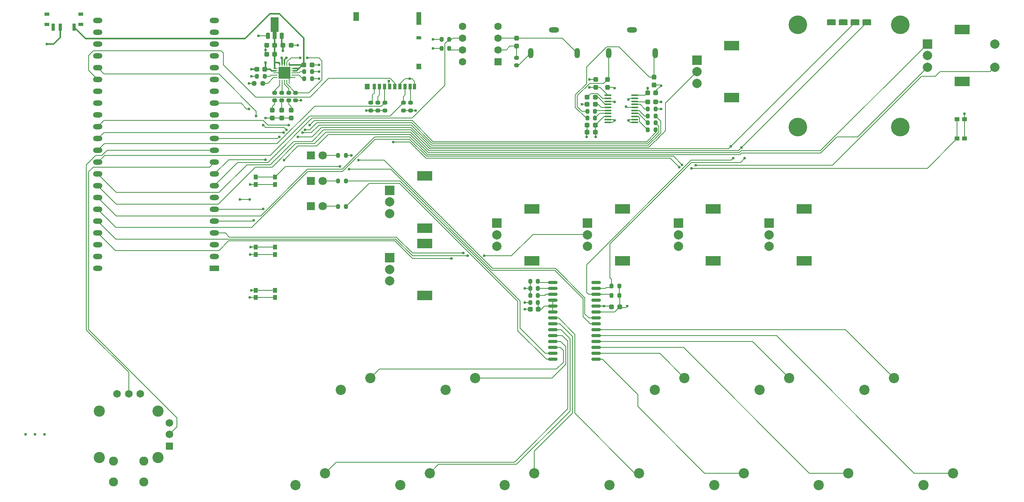
<source format=gbr>
%TF.GenerationSoftware,KiCad,Pcbnew,9.0.0*%
%TF.CreationDate,2026-01-06T01:29:00-05:00*%
%TF.ProjectId,NanoFreak,4e616e6f-4672-4656-916b-2e6b69636164,rev?*%
%TF.SameCoordinates,Original*%
%TF.FileFunction,Copper,L1,Top*%
%TF.FilePolarity,Positive*%
%FSLAX46Y46*%
G04 Gerber Fmt 4.6, Leading zero omitted, Abs format (unit mm)*
G04 Created by KiCad (PCBNEW 9.0.0) date 2026-01-06 01:29:00*
%MOMM*%
%LPD*%
G01*
G04 APERTURE LIST*
G04 Aperture macros list*
%AMRoundRect*
0 Rectangle with rounded corners*
0 $1 Rounding radius*
0 $2 $3 $4 $5 $6 $7 $8 $9 X,Y pos of 4 corners*
0 Add a 4 corners polygon primitive as box body*
4,1,4,$2,$3,$4,$5,$6,$7,$8,$9,$2,$3,0*
0 Add four circle primitives for the rounded corners*
1,1,$1+$1,$2,$3*
1,1,$1+$1,$4,$5*
1,1,$1+$1,$6,$7*
1,1,$1+$1,$8,$9*
0 Add four rect primitives between the rounded corners*
20,1,$1+$1,$2,$3,$4,$5,0*
20,1,$1+$1,$4,$5,$6,$7,0*
20,1,$1+$1,$6,$7,$8,$9,0*
20,1,$1+$1,$8,$9,$2,$3,0*%
%AMFreePoly0*
4,1,9,3.862500,-0.866500,0.737500,-0.866500,0.737500,-0.450000,-0.737500,-0.450000,-0.737500,0.450000,0.737500,0.450000,0.737500,0.866500,3.862500,0.866500,3.862500,-0.866500,3.862500,-0.866500,$1*%
G04 Aperture macros list end*
%TA.AperFunction,SMDPad,CuDef*%
%ADD10RoundRect,0.200000X0.200000X0.275000X-0.200000X0.275000X-0.200000X-0.275000X0.200000X-0.275000X0*%
%TD*%
%TA.AperFunction,ComponentPad*%
%ADD11C,2.200000*%
%TD*%
%TA.AperFunction,SMDPad,CuDef*%
%ADD12RoundRect,0.200000X0.275000X-0.200000X0.275000X0.200000X-0.275000X0.200000X-0.275000X-0.200000X0*%
%TD*%
%TA.AperFunction,ComponentPad*%
%ADD13R,2.000000X2.000000*%
%TD*%
%TA.AperFunction,ComponentPad*%
%ADD14C,2.000000*%
%TD*%
%TA.AperFunction,ComponentPad*%
%ADD15R,3.200000X2.000000*%
%TD*%
%TA.AperFunction,SMDPad,CuDef*%
%ADD16RoundRect,0.200000X-0.200000X-0.275000X0.200000X-0.275000X0.200000X0.275000X-0.200000X0.275000X0*%
%TD*%
%TA.AperFunction,SMDPad,CuDef*%
%ADD17RoundRect,0.150000X0.875000X0.150000X-0.875000X0.150000X-0.875000X-0.150000X0.875000X-0.150000X0*%
%TD*%
%TA.AperFunction,SMDPad,CuDef*%
%ADD18RoundRect,0.100000X-0.637500X-0.100000X0.637500X-0.100000X0.637500X0.100000X-0.637500X0.100000X0*%
%TD*%
%TA.AperFunction,SMDPad,CuDef*%
%ADD19RoundRect,0.237500X-0.237500X0.300000X-0.237500X-0.300000X0.237500X-0.300000X0.237500X0.300000X0*%
%TD*%
%TA.AperFunction,SMDPad,CuDef*%
%ADD20RoundRect,0.237500X0.300000X0.237500X-0.300000X0.237500X-0.300000X-0.237500X0.300000X-0.237500X0*%
%TD*%
%TA.AperFunction,SMDPad,CuDef*%
%ADD21RoundRect,0.237500X0.237500X-0.287500X0.237500X0.287500X-0.237500X0.287500X-0.237500X-0.287500X0*%
%TD*%
%TA.AperFunction,SMDPad,CuDef*%
%ADD22RoundRect,0.237500X-0.237500X0.287500X-0.237500X-0.287500X0.237500X-0.287500X0.237500X0.287500X0*%
%TD*%
%TA.AperFunction,ComponentPad*%
%ADD23R,1.800000X1.800000*%
%TD*%
%TA.AperFunction,ComponentPad*%
%ADD24C,1.800000*%
%TD*%
%TA.AperFunction,SMDPad,CuDef*%
%ADD25R,0.900000X1.000000*%
%TD*%
%TA.AperFunction,SMDPad,CuDef*%
%ADD26RoundRect,0.200000X-0.275000X0.200000X-0.275000X-0.200000X0.275000X-0.200000X0.275000X0.200000X0*%
%TD*%
%TA.AperFunction,SMDPad,CuDef*%
%ADD27RoundRect,0.225000X0.225000X-0.425000X0.225000X0.425000X-0.225000X0.425000X-0.225000X-0.425000X0*%
%TD*%
%TA.AperFunction,SMDPad,CuDef*%
%ADD28FreePoly0,90.000000*%
%TD*%
%TA.AperFunction,SMDPad,CuDef*%
%ADD29RoundRect,0.237500X-0.300000X-0.237500X0.300000X-0.237500X0.300000X0.237500X-0.300000X0.237500X0*%
%TD*%
%TA.AperFunction,SMDPad,CuDef*%
%ADD30R,0.700000X1.200000*%
%TD*%
%TA.AperFunction,SMDPad,CuDef*%
%ADD31R,1.000000X0.800000*%
%TD*%
%TA.AperFunction,SMDPad,CuDef*%
%ADD32R,1.000000X1.200000*%
%TD*%
%TA.AperFunction,SMDPad,CuDef*%
%ADD33R,1.000000X2.800000*%
%TD*%
%TA.AperFunction,SMDPad,CuDef*%
%ADD34R,1.300000X1.900000*%
%TD*%
%TA.AperFunction,SMDPad,CuDef*%
%ADD35R,1.000000X0.900000*%
%TD*%
%TA.AperFunction,SMDPad,CuDef*%
%ADD36RoundRect,0.062500X-0.350000X-0.062500X0.350000X-0.062500X0.350000X0.062500X-0.350000X0.062500X0*%
%TD*%
%TA.AperFunction,SMDPad,CuDef*%
%ADD37RoundRect,0.062500X-0.062500X-0.350000X0.062500X-0.350000X0.062500X0.350000X-0.062500X0.350000X0*%
%TD*%
%TA.AperFunction,HeatsinkPad*%
%ADD38R,2.500000X2.500000*%
%TD*%
%TA.AperFunction,ComponentPad*%
%ADD39R,2.000000X1.200000*%
%TD*%
%TA.AperFunction,ComponentPad*%
%ADD40O,2.000000X1.200000*%
%TD*%
%TA.AperFunction,SMDPad,CuDef*%
%ADD41RoundRect,0.237500X0.250000X0.237500X-0.250000X0.237500X-0.250000X-0.237500X0.250000X-0.237500X0*%
%TD*%
%TA.AperFunction,ComponentPad*%
%ADD42C,1.950000*%
%TD*%
%TA.AperFunction,ComponentPad*%
%ADD43C,2.400000*%
%TD*%
%TA.AperFunction,ComponentPad*%
%ADD44R,1.650000X1.650000*%
%TD*%
%TA.AperFunction,ComponentPad*%
%ADD45C,1.650000*%
%TD*%
%TA.AperFunction,SMDPad,CuDef*%
%ADD46R,0.700000X1.500000*%
%TD*%
%TA.AperFunction,WasherPad*%
%ADD47C,4.000000*%
%TD*%
%TA.AperFunction,ComponentPad*%
%ADD48RoundRect,0.190500X-0.762000X-0.444500X0.762000X-0.444500X0.762000X0.444500X-0.762000X0.444500X0*%
%TD*%
%TA.AperFunction,ComponentPad*%
%ADD49O,1.200000X2.200000*%
%TD*%
%TA.AperFunction,ComponentPad*%
%ADD50O,2.200000X1.200000*%
%TD*%
%TA.AperFunction,ComponentPad*%
%ADD51RoundRect,0.250000X0.550000X0.550000X-0.550000X0.550000X-0.550000X-0.550000X0.550000X-0.550000X0*%
%TD*%
%TA.AperFunction,ComponentPad*%
%ADD52C,1.600000*%
%TD*%
%TA.AperFunction,ViaPad*%
%ADD53C,0.600000*%
%TD*%
%TA.AperFunction,Conductor*%
%ADD54C,0.300000*%
%TD*%
%TA.AperFunction,Conductor*%
%ADD55C,0.200000*%
%TD*%
G04 APERTURE END LIST*
D10*
%TO.P,R9,1*%
%TO.N,LRCK*%
X165325000Y-44000000D03*
%TO.P,R9,2*%
%TO.N,Net-(U2-LRCK)*%
X163675000Y-44000000D03*
%TD*%
%TO.P,R16,1*%
%TO.N,GND*%
X91500000Y-34500000D03*
%TO.P,R16,2*%
%TO.N,Net-(U3-PROG1)*%
X89850000Y-34500000D03*
%TD*%
D11*
%TO.P,SW11,1,1*%
%TO.N,Net-(U5-GPB1)*%
X171540000Y-100420000D03*
%TO.P,SW11,2,2*%
%TO.N,GND*%
X165190000Y-102960000D03*
%TD*%
D12*
%TO.P,R18,1*%
%TO.N,+3.3V*%
X88000000Y-40650000D03*
%TO.P,R18,2*%
%TO.N,Net-(U3-CE)*%
X88000000Y-39000000D03*
%TD*%
D13*
%TO.P,RV2,1,1*%
%TO.N,GND*%
X150725000Y-67080000D03*
D14*
%TO.P,RV2,2,2*%
%TO.N,Decay*%
X150725000Y-69580000D03*
%TO.P,RV2,3,3*%
%TO.N,+3.3V*%
X150725000Y-72080000D03*
D15*
%TO.P,RV2,MP*%
%TO.N,N/C*%
X158225000Y-63980000D03*
X158225000Y-75180000D03*
%TD*%
D12*
%TO.P,R23,1*%
%TO.N,+3.3V*%
X107145000Y-42825000D03*
%TO.P,R23,2*%
%TO.N,CMD*%
X107145000Y-41175000D03*
%TD*%
D13*
%TO.P,RV5,1,1*%
%TO.N,GND*%
X108225000Y-60025000D03*
D14*
%TO.P,RV5,2,2*%
%TO.N,Cutoff*%
X108225000Y-62525000D03*
%TO.P,RV5,3,3*%
%TO.N,+3.3V*%
X108225000Y-65025000D03*
D15*
%TO.P,RV5,MP*%
%TO.N,N/C*%
X115725000Y-56925000D03*
X115725000Y-68125000D03*
%TD*%
D16*
%TO.P,R21,1*%
%TO.N,GND*%
X119350000Y-29500000D03*
%TO.P,R21,2*%
%TO.N,Net-(U4-VO1)*%
X121000000Y-29500000D03*
%TD*%
D17*
%TO.P,U5,1,GPB0*%
%TO.N,Net-(U5-GPB0)*%
X152530000Y-96390000D03*
%TO.P,U5,2,GPB1*%
%TO.N,Net-(U5-GPB1)*%
X152530000Y-95120000D03*
%TO.P,U5,3,GPB2*%
%TO.N,Net-(U5-GPB2)*%
X152530000Y-93850000D03*
%TO.P,U5,4,GPB3*%
%TO.N,Net-(U5-GPB3)*%
X152530000Y-92580000D03*
%TO.P,U5,5,GPB4*%
%TO.N,Net-(U5-GPB4)*%
X152530000Y-91310000D03*
%TO.P,U5,6,GPB5*%
%TO.N,Net-(U5-GPB5)*%
X152530000Y-90040000D03*
%TO.P,U5,7,GPB6*%
%TO.N,Net-(U5-GPB6)*%
X152530000Y-88770000D03*
%TO.P,U5,8,GPB7*%
%TO.N,Net-(U5-GPB7)*%
X152530000Y-87500000D03*
%TO.P,U5,9,VDD*%
%TO.N,+3.3V*%
X152530000Y-86230000D03*
%TO.P,U5,10,VSS*%
%TO.N,GND*%
X152530000Y-84960000D03*
%TO.P,U5,11,NC*%
%TO.N,unconnected-(U5-NC-Pad11)*%
X152530000Y-83690000D03*
%TO.P,U5,12,SCK*%
%TO.N,I2C SCK*%
X152530000Y-82420000D03*
%TO.P,U5,13,SDA*%
%TO.N,I2C SDA*%
X152530000Y-81150000D03*
%TO.P,U5,14,NC*%
%TO.N,unconnected-(U5-NC-Pad14)*%
X152530000Y-79880000D03*
%TO.P,U5,15,A0*%
%TO.N,Net-(U5-A0)*%
X143230000Y-79880000D03*
%TO.P,U5,16,A1*%
%TO.N,Net-(U5-A1)*%
X143230000Y-81150000D03*
%TO.P,U5,17,A2*%
%TO.N,Net-(U5-A2)*%
X143230000Y-82420000D03*
%TO.P,U5,18,~{RESET}*%
%TO.N,Net-(U5-INTA)*%
X143230000Y-83690000D03*
%TO.P,U5,19,INTB*%
X143230000Y-84960000D03*
%TO.P,U5,20,INTA*%
X143230000Y-86230000D03*
%TO.P,U5,21,GPA0*%
%TO.N,Net-(U5-GPA0)*%
X143230000Y-87500000D03*
%TO.P,U5,22,GPA1*%
%TO.N,Net-(U5-GPA1)*%
X143230000Y-88770000D03*
%TO.P,U5,23,GPA2*%
%TO.N,Net-(U5-GPA2)*%
X143230000Y-90040000D03*
%TO.P,U5,24,GPA3*%
%TO.N,Net-(U5-GPA3)*%
X143230000Y-91310000D03*
%TO.P,U5,25,GPA4*%
%TO.N,Net-(U5-GPA4)*%
X143230000Y-92580000D03*
%TO.P,U5,26,GPA5*%
%TO.N,Net-(U5-GPA5)*%
X143230000Y-93850000D03*
%TO.P,U5,27,GPA6*%
%TO.N,Net-(U5-GPA6)*%
X143230000Y-95120000D03*
%TO.P,U5,28,GPA7*%
%TO.N,Net-(U5-GPA7)*%
X143230000Y-96390000D03*
%TD*%
D18*
%TO.P,U2,1,CPVDD*%
%TO.N,+3.3V*%
X155137500Y-39575000D03*
%TO.P,U2,2,CAPP*%
%TO.N,Net-(U2-CAPP)*%
X155137500Y-40225000D03*
%TO.P,U2,3,CPGND*%
%TO.N,GND*%
X155137500Y-40875000D03*
%TO.P,U2,4,CAPM*%
%TO.N,Net-(U2-CAPM)*%
X155137500Y-41525000D03*
%TO.P,U2,5,VNEG*%
%TO.N,Net-(U2-VNEG)*%
X155137500Y-42175000D03*
%TO.P,U2,6,OUTL*%
%TO.N,Net-(U2-OUTL)*%
X155137500Y-42825000D03*
%TO.P,U2,7,OUTR*%
%TO.N,Net-(U2-OUTR)*%
X155137500Y-43475000D03*
%TO.P,U2,8,AVDD*%
%TO.N,+3.3V*%
X155137500Y-44125000D03*
%TO.P,U2,9,AGND*%
%TO.N,GND*%
X155137500Y-44775000D03*
%TO.P,U2,10,DEMP*%
X155137500Y-45425000D03*
%TO.P,U2,11,FLT*%
X160862500Y-45425000D03*
%TO.P,U2,12,SCK*%
X160862500Y-44775000D03*
%TO.P,U2,13,BCK*%
%TO.N,Net-(U2-BCK)*%
X160862500Y-44125000D03*
%TO.P,U2,14,DIN*%
%TO.N,Net-(U2-DIN)*%
X160862500Y-43475000D03*
%TO.P,U2,15,LRCK*%
%TO.N,Net-(U2-LRCK)*%
X160862500Y-42825000D03*
%TO.P,U2,16,FMT*%
%TO.N,GND*%
X160862500Y-42175000D03*
%TO.P,U2,17,XSMT*%
%TO.N,Net-(U2-XSMT)*%
X160862500Y-41525000D03*
%TO.P,U2,18,LDOO*%
%TO.N,Net-(U2-LDOO)*%
X160862500Y-40875000D03*
%TO.P,U2,19,DGND*%
%TO.N,GND*%
X160862500Y-40225000D03*
%TO.P,U2,20,DVDD*%
%TO.N,+3.3V*%
X160862500Y-39575000D03*
%TD*%
D19*
%TO.P,C9,1*%
%TO.N,GND*%
X152500000Y-36137500D03*
%TO.P,C9,2*%
%TO.N,+3.3V*%
X152500000Y-37862500D03*
%TD*%
%TO.P,C4,1*%
%TO.N,Net-(C4-Pad1)*%
X155000000Y-36137500D03*
%TO.P,C4,2*%
%TO.N,GND*%
X155000000Y-37862500D03*
%TD*%
D12*
%TO.P,R26,1*%
%TO.N,+3.3V*%
X104145000Y-42825000D03*
%TO.P,R26,2*%
%TO.N,Net-(J3-DAT2)*%
X104145000Y-41175000D03*
%TD*%
D20*
%TO.P,C8,1*%
%TO.N,Net-(U2-VNEG)*%
X152362500Y-41500000D03*
%TO.P,C8,2*%
%TO.N,GND*%
X150637500Y-41500000D03*
%TD*%
D11*
%TO.P,SW12,1,1*%
%TO.N,Net-(U5-GPB0)*%
X184290000Y-120880000D03*
%TO.P,SW12,2,2*%
%TO.N,GND*%
X177940000Y-123420000D03*
%TD*%
D21*
%TO.P,D4,1,K*%
%TO.N,Net-(D4-K)*%
X135500000Y-29000000D03*
%TO.P,D4,2,A*%
%TO.N,Net-(D4-A)*%
X135500000Y-27250000D03*
%TD*%
D22*
%TO.P,D1,1,K*%
%TO.N,Net-(D1-K)*%
X83000000Y-42750000D03*
%TO.P,D1,2,A*%
%TO.N,+5V*%
X83000000Y-44500000D03*
%TD*%
D16*
%TO.P,R3,1*%
%TO.N,GND*%
X138380000Y-82635000D03*
%TO.P,R3,2*%
%TO.N,Net-(U5-A2)*%
X140030000Y-82635000D03*
%TD*%
D11*
%TO.P,SW14,1,1*%
%TO.N,Net-(U5-GPB2)*%
X206790000Y-120880000D03*
%TO.P,SW14,2,2*%
%TO.N,GND*%
X200440000Y-123420000D03*
%TD*%
D23*
%TO.P,D7,1,K*%
%TO.N,GND*%
X91230000Y-63440000D03*
D24*
%TO.P,D7,2,A*%
%TO.N,Net-(D7-A)*%
X93770000Y-63440000D03*
%TD*%
D13*
%TO.P,RV3,1,1*%
%TO.N,GND*%
X170225000Y-67080000D03*
D14*
%TO.P,RV3,2,2*%
%TO.N,Sustain*%
X170225000Y-69580000D03*
%TO.P,RV3,3,3*%
%TO.N,+3.3V*%
X170225000Y-72080000D03*
D15*
%TO.P,RV3,MP*%
%TO.N,N/C*%
X177725000Y-63980000D03*
X177725000Y-75180000D03*
%TD*%
D25*
%TO.P,SW17,1,1*%
%TO.N,Net-(U5-GPB6)*%
X79450000Y-57200000D03*
X83550000Y-57200000D03*
%TO.P,SW17,2,2*%
%TO.N,GND*%
X79450000Y-58800000D03*
X83550000Y-58800000D03*
%TD*%
D20*
%TO.P,C2,1*%
%TO.N,+3.3V*%
X157605000Y-85135000D03*
%TO.P,C2,2*%
%TO.N,GND*%
X155880000Y-85135000D03*
%TD*%
D12*
%TO.P,R27,1*%
%TO.N,+3.3V*%
X112645000Y-42825000D03*
%TO.P,R27,2*%
%TO.N,Net-(J3-DAT1)*%
X112645000Y-41175000D03*
%TD*%
D25*
%TO.P,SW4,1,1*%
%TO.N,OCT -*%
X79450000Y-81500000D03*
X83550000Y-81500000D03*
%TO.P,SW4,2,2*%
%TO.N,GND*%
X79450000Y-83100000D03*
X83550000Y-83100000D03*
%TD*%
D16*
%TO.P,R28,1*%
%TO.N,Net-(D6-A)*%
X97120000Y-58000000D03*
%TO.P,R28,2*%
%TO.N,Net-(U5-GPA6)*%
X98770000Y-58000000D03*
%TD*%
D26*
%TO.P,R15,1*%
%TO.N,Net-(U3-~{PG})*%
X83500000Y-39000000D03*
%TO.P,R15,2*%
%TO.N,Net-(D1-K)*%
X83500000Y-40650000D03*
%TD*%
D13*
%TO.P,RV4,1,1*%
%TO.N,GND*%
X189725000Y-67080000D03*
D14*
%TO.P,RV4,2,2*%
%TO.N,Release*%
X189725000Y-69580000D03*
%TO.P,RV4,3,3*%
%TO.N,+3.3V*%
X189725000Y-72080000D03*
D15*
%TO.P,RV4,MP*%
%TO.N,N/C*%
X197225000Y-63980000D03*
X197225000Y-75180000D03*
%TD*%
D26*
%TO.P,R25,1*%
%TO.N,DAT0*%
X111145000Y-41175000D03*
%TO.P,R25,2*%
%TO.N,+3.3V*%
X111145000Y-42825000D03*
%TD*%
D20*
%TO.P,C13,1*%
%TO.N,Net-(U6-VI)*%
X83500000Y-28775000D03*
%TO.P,C13,2*%
%TO.N,GND*%
X81775000Y-28775000D03*
%TD*%
D26*
%TO.P,R13,1*%
%TO.N,Net-(U3-STAT2)*%
X85000000Y-39000000D03*
%TO.P,R13,2*%
%TO.N,Net-(D3-K)*%
X85000000Y-40650000D03*
%TD*%
D27*
%TO.P,U6,1,GND*%
%TO.N,GND*%
X82000000Y-26725000D03*
D28*
%TO.P,U6,2,VI*%
%TO.N,Net-(U6-VI)*%
X83500000Y-26637500D03*
D27*
%TO.P,U6,3,VO*%
%TO.N,+3.3V*%
X85000000Y-26725000D03*
%TD*%
D29*
%TO.P,C10,1*%
%TO.N,+3.3V*%
X163637500Y-39000000D03*
%TO.P,C10,2*%
%TO.N,GND*%
X165362500Y-39000000D03*
%TD*%
D11*
%TO.P,SW5,1,1*%
%TO.N,Net-(U5-GPA3)*%
X94290000Y-120880000D03*
%TO.P,SW5,2,2*%
%TO.N,GND*%
X87940000Y-123420000D03*
%TD*%
D30*
%TO.P,J3,1,DAT2*%
%TO.N,Net-(J3-DAT2)*%
X104900000Y-37690000D03*
%TO.P,J3,2,DAT3/CD*%
%TO.N,Net-(J3-DAT3{slash}CD)*%
X106000000Y-37690000D03*
%TO.P,J3,3,CMD*%
%TO.N,CMD*%
X107100000Y-37690000D03*
%TO.P,J3,4,VDD*%
%TO.N,+3.3V*%
X108200000Y-37690000D03*
%TO.P,J3,5,CLK*%
%TO.N,CLK*%
X109300000Y-37690000D03*
%TO.P,J3,6,VSS*%
%TO.N,GND*%
X110400000Y-37690000D03*
%TO.P,J3,7,DAT0*%
%TO.N,DAT0*%
X111500000Y-37690000D03*
%TO.P,J3,8,DAT1*%
%TO.N,Net-(J3-DAT1)*%
X112600000Y-37690000D03*
%TO.P,J3,9,SHIELD*%
%TO.N,GND*%
X113550000Y-37690000D03*
D31*
%TO.P,J3,10*%
%TO.N,N/C*%
X114500000Y-27190000D03*
D32*
%TO.P,J3,11*%
X114500000Y-33390000D03*
D33*
X114500000Y-23040000D03*
D32*
X103350000Y-37690000D03*
D34*
X101000000Y-22590000D03*
%TD*%
D20*
%TO.P,C1,1*%
%TO.N,Net-(U5-INTA)*%
X140105000Y-85635000D03*
%TO.P,C1,2*%
%TO.N,GND*%
X138380000Y-85635000D03*
%TD*%
D16*
%TO.P,R20,1*%
%TO.N,+3.3V*%
X119350000Y-27500000D03*
%TO.P,R20,2*%
%TO.N,MIDI IN*%
X121000000Y-27500000D03*
%TD*%
D22*
%TO.P,D2,1,K*%
%TO.N,Net-(D2-K)*%
X87000000Y-42750000D03*
%TO.P,D2,2,A*%
%TO.N,+5V*%
X87000000Y-44500000D03*
%TD*%
D35*
%TO.P,SW3,1,1*%
%TO.N,Shift Key*%
X230150000Y-48850000D03*
X230150000Y-44750000D03*
%TO.P,SW3,2,2*%
%TO.N,GND*%
X231750000Y-48850000D03*
X231750000Y-44750000D03*
%TD*%
D12*
%TO.P,R19,1*%
%TO.N,Net-(J2-PadT)*%
X135500000Y-33150000D03*
%TO.P,R19,2*%
%TO.N,Net-(D4-K)*%
X135500000Y-31500000D03*
%TD*%
D20*
%TO.P,C6,1*%
%TO.N,+3.3V*%
X152362500Y-46000000D03*
%TO.P,C6,2*%
%TO.N,GND*%
X150637500Y-46000000D03*
%TD*%
D16*
%TO.P,R12,1*%
%TO.N,Net-(D7-A)*%
X97120000Y-63500000D03*
%TO.P,R12,2*%
%TO.N,Net-(U5-GPA7)*%
X98770000Y-63500000D03*
%TD*%
D11*
%TO.P,SW15,1,1*%
%TO.N,Net-(U5-GPB5)*%
X216540000Y-100420000D03*
%TO.P,SW15,2,2*%
%TO.N,GND*%
X210190000Y-102960000D03*
%TD*%
D20*
%TO.P,C12,1*%
%TO.N,+5V*%
X81362500Y-34000000D03*
%TO.P,C12,2*%
%TO.N,GND*%
X79637500Y-34000000D03*
%TD*%
D36*
%TO.P,U3,1,OUT*%
%TO.N,Net-(U6-VI)*%
X83667500Y-33757500D03*
%TO.P,U3,2,VPCC*%
%TO.N,+5V*%
X83667500Y-34257500D03*
%TO.P,U3,3,SEL*%
%TO.N,GND*%
X83667500Y-34757500D03*
%TO.P,U3,4,PROG2*%
%TO.N,Net-(U3-PROG2)*%
X83667500Y-35257500D03*
%TO.P,U3,5,THERM*%
%TO.N,Net-(U3-THERM)*%
X83667500Y-35757500D03*
D37*
%TO.P,U3,6,~{PG}*%
%TO.N,Net-(U3-~{PG})*%
X84605000Y-36695000D03*
%TO.P,U3,7,STAT2*%
%TO.N,Net-(U3-STAT2)*%
X85105000Y-36695000D03*
%TO.P,U3,8,STAT1/~{LBO}*%
%TO.N,Net-(U3-STAT1{slash}~{LBO})*%
X85605000Y-36695000D03*
%TO.P,U3,9,~{TE}*%
%TO.N,Net-(U3-CE)*%
X86105000Y-36695000D03*
%TO.P,U3,10,V_{SS}*%
%TO.N,GND*%
X86605000Y-36695000D03*
D36*
%TO.P,U3,11,V_{SS}*%
X87542500Y-35757500D03*
%TO.P,U3,12,PROG3*%
%TO.N,Net-(U3-PROG3)*%
X87542500Y-35257500D03*
%TO.P,U3,13,PROG1*%
%TO.N,Net-(U3-PROG1)*%
X87542500Y-34757500D03*
%TO.P,U3,14,V_{BAT}*%
%TO.N,Net-(SW18-A)*%
X87542500Y-34257500D03*
%TO.P,U3,15,V_{BAT}*%
X87542500Y-33757500D03*
D37*
%TO.P,U3,16,V_{BAT_SENSE}*%
X86605000Y-32820000D03*
%TO.P,U3,17,CE*%
%TO.N,Net-(U3-CE)*%
X86105000Y-32820000D03*
%TO.P,U3,18,IN*%
%TO.N,+5V*%
X85605000Y-32820000D03*
%TO.P,U3,19,IN*%
X85105000Y-32820000D03*
%TO.P,U3,20,OUT*%
%TO.N,Net-(U6-VI)*%
X84605000Y-32820000D03*
D38*
%TO.P,U3,21,V_{SS}*%
%TO.N,GND*%
X85605000Y-34757500D03*
%TD*%
D19*
%TO.P,C3,1*%
%TO.N,Net-(C3-Pad1)*%
X165000000Y-35637500D03*
%TO.P,C3,2*%
%TO.N,GND*%
X165000000Y-37362500D03*
%TD*%
D11*
%TO.P,SW16,1,1*%
%TO.N,Net-(U5-GPB4)*%
X229290000Y-120880000D03*
%TO.P,SW16,2,2*%
%TO.N,GND*%
X222940000Y-123420000D03*
%TD*%
D39*
%TO.P,U1,1,3V3*%
%TO.N,+3.3V*%
X70496320Y-76837280D03*
D40*
%TO.P,U1,2,3V3*%
X70496320Y-74297280D03*
%TO.P,U1,3,CHIP_PU*%
%TO.N,unconnected-(U1-CHIP_PU-Pad3)*%
X70496320Y-71757280D03*
%TO.P,U1,4,GPIO4/ADC1_CH3*%
%TO.N,Sustain*%
X70496320Y-69217280D03*
%TO.P,U1,5,GPIO5/ADC1_CH4*%
%TO.N,Release*%
X70496320Y-66677280D03*
%TO.P,U1,6,GPIO6/ADC1_CH5*%
%TO.N,Cutoff*%
X70496320Y-64137280D03*
%TO.P,U1,7,GPIO7/ADC1_CH6*%
%TO.N,Resonance*%
X70496320Y-61597280D03*
%TO.P,U1,8,GPIO15/ADC2_CH4/32K_P*%
%TO.N,MIDI IN*%
X70496320Y-59057280D03*
%TO.P,U1,9,GPIO16/ADC2_CH5/32K_N*%
%TO.N,Rotary A*%
X70496320Y-56517280D03*
%TO.P,U1,10,GPIO17/ADC2_CH6*%
%TO.N,STICKX*%
X70496320Y-53977280D03*
%TO.P,U1,11,GPIO18/ADC2_CH7*%
%TO.N,STICKY*%
X70496320Y-51437280D03*
%TO.P,U1,12,GPIO8/ADC1_CH7*%
%TO.N,Volume*%
X70496320Y-48897280D03*
%TO.P,U1,13,GPIO3/ADC1_CH2*%
%TO.N,unconnected-(U1-GPIO3{slash}ADC1_CH2-Pad13)*%
X70496320Y-46357280D03*
%TO.P,U1,14,GPIO46*%
%TO.N,unconnected-(U1-GPIO46-Pad14)*%
X70496320Y-43817280D03*
%TO.P,U1,15,GPIO9/ADC1_CH8*%
%TO.N,Shift Key*%
X70496320Y-41277280D03*
%TO.P,U1,16,GPIO10/ADC1_CH9*%
%TO.N,OCT +*%
X70496320Y-38737280D03*
%TO.P,U1,17,GPIO11/ADC2_CH0*%
%TO.N,OCT -*%
X70496320Y-36197280D03*
%TO.P,U1,18,GPIO12/ADC2_CH1*%
%TO.N,unconnected-(U1-GPIO12{slash}ADC2_CH1-Pad18)*%
X70496320Y-33657280D03*
%TO.P,U1,19,GPIO13/ADC2_CH2*%
%TO.N,unconnected-(U1-GPIO13{slash}ADC2_CH2-Pad19)*%
X70496320Y-31117280D03*
%TO.P,U1,20,GPIO14/ADC2_CH3*%
%TO.N,unconnected-(U1-GPIO14{slash}ADC2_CH3-Pad20)*%
X70500000Y-28580000D03*
%TO.P,U1,21,5V*%
%TO.N,+5V*%
X70500000Y-26040000D03*
%TO.P,U1,22,GND*%
%TO.N,GND*%
X70500000Y-23500000D03*
%TO.P,U1,23,GND*%
X45496320Y-23497280D03*
%TO.P,U1,24,GND*%
X45496320Y-26037280D03*
%TO.P,U1,25,GPIO19/USB_D-*%
%TO.N,unconnected-(U1-GPIO19{slash}USB_D--Pad25)*%
X45496320Y-28577280D03*
%TO.P,U1,26,GPIO20/USB_D+*%
%TO.N,unconnected-(U1-GPIO20{slash}USB_D+-Pad26)*%
X45496320Y-31117280D03*
%TO.P,U1,27,GPIO21*%
%TO.N,DIN*%
X45496320Y-33657280D03*
%TO.P,U1,28,GPIO47*%
%TO.N,CLK*%
X45496320Y-36197280D03*
%TO.P,U1,29,GPIO48*%
%TO.N,unconnected-(U1-GPIO48-Pad29)*%
X45496320Y-38737280D03*
%TO.P,U1,30,GPIO45*%
%TO.N,unconnected-(U1-GPIO45-Pad30)*%
X45496320Y-41277280D03*
%TO.P,U1,31,GPIO0*%
%TO.N,unconnected-(U1-GPIO0-Pad31)*%
X45496320Y-43817280D03*
%TO.P,U1,32,GPIO35*%
%TO.N,BCK*%
X45496320Y-46357280D03*
%TO.P,U1,33,GPIO36*%
%TO.N,LRCK*%
X45496320Y-48897280D03*
%TO.P,U1,34,GPIO37*%
%TO.N,CMD*%
X45496320Y-51437280D03*
%TO.P,U1,35,GPIO38*%
%TO.N,DAT0*%
X45496320Y-53977280D03*
%TO.P,U1,36,GPIO39/MTCK*%
%TO.N,I2C SCK*%
X45496320Y-56517280D03*
%TO.P,U1,37,GPIO40/MTDO*%
%TO.N,I2C SDA*%
X45496320Y-59057280D03*
%TO.P,U1,38,GPIO41/MTDI*%
%TO.N,Rotary B*%
X45496320Y-61597280D03*
%TO.P,U1,39,GPIO42/MTMS*%
%TO.N,Rotary SW*%
X45496320Y-64137280D03*
%TO.P,U1,40,GPIO2/ADC1_CH1*%
%TO.N,Decay*%
X45496320Y-66677280D03*
%TO.P,U1,41,GPIO1/ADC1_CH0*%
%TO.N,Attack*%
X45496320Y-69217280D03*
%TO.P,U1,42,GPIO44/U0RXD*%
%TO.N,unconnected-(U1-GPIO44{slash}U0RXD-Pad42)*%
X45496320Y-71757280D03*
%TO.P,U1,43,GPIO43/U0TXD*%
%TO.N,unconnected-(U1-GPIO43{slash}U0TXD-Pad43)*%
X45496320Y-74297280D03*
%TO.P,U1,44,GND*%
%TO.N,GND*%
X45496320Y-76837280D03*
%TD*%
D41*
%TO.P,TH1,1*%
%TO.N,Net-(U3-THERM)*%
X80912500Y-37000000D03*
%TO.P,TH1,2*%
%TO.N,GND*%
X79087500Y-37000000D03*
%TD*%
D10*
%TO.P,R30,1*%
%TO.N,+3.3V*%
X165325000Y-42500000D03*
%TO.P,R30,2*%
%TO.N,Net-(U2-XSMT)*%
X163675000Y-42500000D03*
%TD*%
D42*
%TO.P,U7,A*%
%TO.N,N/C*%
X48862500Y-118300000D03*
%TO.P,U7,B*%
X55362500Y-118300000D03*
%TO.P,U7,C*%
X48862500Y-122800000D03*
%TO.P,U7,D*%
X55362500Y-122800000D03*
D43*
%TO.P,U7,S1*%
X58437500Y-107550000D03*
%TO.P,U7,S2*%
X45787500Y-107550000D03*
%TO.P,U7,S3*%
X45787500Y-117550000D03*
%TO.P,U7,S4*%
X58437500Y-117550000D03*
D44*
%TO.P,U7,VR1_1*%
%TO.N,+3.3V*%
X60842500Y-115050000D03*
D45*
%TO.P,U7,VR1_2*%
%TO.N,STICKX*%
X60842500Y-112550000D03*
%TO.P,U7,VR1_3*%
%TO.N,GND*%
X60842500Y-110050000D03*
%TO.P,U7,VR2_1*%
%TO.N,+3.3V*%
X54612500Y-103820000D03*
%TO.P,U7,VR2_2*%
%TO.N,STICKY*%
X52112500Y-103820000D03*
%TO.P,U7,VR2_3*%
%TO.N,GND*%
X49612500Y-103820000D03*
%TD*%
D16*
%TO.P,R5,1*%
%TO.N,I2C SDA*%
X155880000Y-80635000D03*
%TO.P,R5,2*%
%TO.N,+3.3V*%
X157530000Y-80635000D03*
%TD*%
D13*
%TO.P,RV7,1,1*%
%TO.N,GND*%
X174225000Y-31975000D03*
D14*
%TO.P,RV7,2,2*%
%TO.N,Volume*%
X174225000Y-34475000D03*
%TO.P,RV7,3,3*%
%TO.N,+3.3V*%
X174225000Y-36975000D03*
D15*
%TO.P,RV7,MP*%
%TO.N,N/C*%
X181725000Y-28875000D03*
X181725000Y-40075000D03*
%TD*%
D29*
%TO.P,C15,1*%
%TO.N,+3.3V*%
X85275000Y-28775000D03*
%TO.P,C15,2*%
%TO.N,GND*%
X87000000Y-28775000D03*
%TD*%
D11*
%TO.P,SW8,1,1*%
%TO.N,Net-(U5-GPA4)*%
X126540000Y-100420000D03*
%TO.P,SW8,2,2*%
%TO.N,GND*%
X120190000Y-102960000D03*
%TD*%
D10*
%TO.P,R7,1*%
%TO.N,Net-(U2-OUTL)*%
X152325000Y-43000000D03*
%TO.P,R7,2*%
%TO.N,Net-(C4-Pad1)*%
X150675000Y-43000000D03*
%TD*%
D31*
%TO.P,SW18,*%
%TO.N,*%
X41800000Y-24280000D03*
X41800000Y-22070000D03*
X34500000Y-24280000D03*
X34500000Y-22070000D03*
D46*
%TO.P,SW18,1,A*%
%TO.N,Net-(SW18-A)*%
X40400000Y-24930000D03*
%TO.P,SW18,2,B*%
%TO.N,Net-(BT1-+)*%
X37400000Y-24930000D03*
%TO.P,SW18,3,C*%
%TO.N,unconnected-(SW18-C-Pad3)*%
X35900000Y-24930000D03*
%TD*%
D10*
%TO.P,R10,1*%
%TO.N,DIN*%
X165325000Y-45500000D03*
%TO.P,R10,2*%
%TO.N,Net-(U2-DIN)*%
X163675000Y-45500000D03*
%TD*%
D47*
%TO.P,U8,*%
%TO.N,*%
X195940000Y-24390000D03*
X195940000Y-46390000D03*
X217940000Y-24390000D03*
X217940000Y-46390000D03*
D48*
%TO.P,U8,1,GND*%
%TO.N,GND*%
X203110000Y-23890000D03*
%TO.P,U8,2,VCC*%
%TO.N,+3.3V*%
X205650000Y-23890000D03*
%TO.P,U8,3,SCL*%
%TO.N,I2C SCK*%
X208190000Y-23890000D03*
%TO.P,U8,4,SDA*%
%TO.N,I2C SDA*%
X210730000Y-23890000D03*
%TD*%
D29*
%TO.P,C7,1*%
%TO.N,Net-(U2-CAPP)*%
X150637500Y-40000000D03*
%TO.P,C7,2*%
%TO.N,Net-(U2-CAPM)*%
X152362500Y-40000000D03*
%TD*%
D12*
%TO.P,R24,1*%
%TO.N,+3.3V*%
X105645000Y-42825000D03*
%TO.P,R24,2*%
%TO.N,Net-(J3-DAT3{slash}CD)*%
X105645000Y-41175000D03*
%TD*%
D20*
%TO.P,C5,1*%
%TO.N,+3.3V*%
X152362500Y-47500000D03*
%TO.P,C5,2*%
%TO.N,GND*%
X150637500Y-47500000D03*
%TD*%
D10*
%TO.P,R4,1*%
%TO.N,Net-(U5-INTA)*%
X140030000Y-84135000D03*
%TO.P,R4,2*%
%TO.N,+3.3V*%
X138380000Y-84135000D03*
%TD*%
D16*
%TO.P,R22,1*%
%TO.N,+3.3V*%
X79675000Y-35500000D03*
%TO.P,R22,2*%
%TO.N,Net-(U3-PROG2)*%
X81325000Y-35500000D03*
%TD*%
%TO.P,R2,1*%
%TO.N,GND*%
X138380000Y-81135000D03*
%TO.P,R2,2*%
%TO.N,Net-(U5-A1)*%
X140030000Y-81135000D03*
%TD*%
D26*
%TO.P,R14,1*%
%TO.N,Net-(U3-STAT1{slash}~{LBO})*%
X86500000Y-39000000D03*
%TO.P,R14,2*%
%TO.N,Net-(D2-K)*%
X86500000Y-40650000D03*
%TD*%
D13*
%TO.P,SW1,A,A*%
%TO.N,Rotary A*%
X223750000Y-28500000D03*
D14*
%TO.P,SW1,B,B*%
%TO.N,Rotary B*%
X223750000Y-33500000D03*
%TO.P,SW1,C,C*%
%TO.N,GND*%
X223750000Y-31000000D03*
D15*
%TO.P,SW1,MP*%
%TO.N,N/C*%
X231250000Y-25400000D03*
X231250000Y-36600000D03*
D14*
%TO.P,SW1,S1,S1*%
%TO.N,Rotary SW*%
X238250000Y-33500000D03*
%TO.P,SW1,S2,S2*%
%TO.N,GND*%
X238250000Y-28500000D03*
%TD*%
D10*
%TO.P,R8,1*%
%TO.N,Net-(U2-OUTR)*%
X152325000Y-44500000D03*
%TO.P,R8,2*%
%TO.N,Net-(C3-Pad1)*%
X150675000Y-44500000D03*
%TD*%
D20*
%TO.P,C14,1*%
%TO.N,Net-(U6-VI)*%
X83500000Y-30775000D03*
%TO.P,C14,2*%
%TO.N,GND*%
X81775000Y-30775000D03*
%TD*%
D22*
%TO.P,D3,1,K*%
%TO.N,Net-(D3-K)*%
X85000000Y-42750000D03*
%TO.P,D3,2,A*%
%TO.N,+5V*%
X85000000Y-44500000D03*
%TD*%
D16*
%TO.P,R1,1*%
%TO.N,GND*%
X138380000Y-79635000D03*
%TO.P,R1,2*%
%TO.N,Net-(U5-A0)*%
X140030000Y-79635000D03*
%TD*%
D11*
%TO.P,SW6,1,1*%
%TO.N,Net-(U5-GPA5)*%
X104040000Y-100420000D03*
%TO.P,SW6,2,2*%
%TO.N,GND*%
X97690000Y-102960000D03*
%TD*%
D16*
%TO.P,R6,1*%
%TO.N,I2C SCK*%
X155880000Y-82635000D03*
%TO.P,R6,2*%
%TO.N,+3.3V*%
X157530000Y-82635000D03*
%TD*%
D25*
%TO.P,SW2,1,1*%
%TO.N,OCT +*%
X79450000Y-72200000D03*
X83550000Y-72200000D03*
%TO.P,SW2,2,2*%
%TO.N,GND*%
X79450000Y-73800000D03*
X83550000Y-73800000D03*
%TD*%
D29*
%TO.P,C18,1*%
%TO.N,Net-(U2-LDOO)*%
X163637500Y-41000000D03*
%TO.P,C18,2*%
%TO.N,GND*%
X165362500Y-41000000D03*
%TD*%
D11*
%TO.P,SW9,1,1*%
%TO.N,Net-(U5-GPA1)*%
X139290000Y-120880000D03*
%TO.P,SW9,2,2*%
%TO.N,GND*%
X132940000Y-123420000D03*
%TD*%
D29*
%TO.P,C11,1*%
%TO.N,Net-(BT1-+)*%
X89775000Y-33000000D03*
%TO.P,C11,2*%
%TO.N,GND*%
X91500000Y-33000000D03*
%TD*%
D13*
%TO.P,RV6,1,1*%
%TO.N,GND*%
X108225000Y-74525000D03*
D14*
%TO.P,RV6,2,2*%
%TO.N,Resonance*%
X108225000Y-77025000D03*
%TO.P,RV6,3,3*%
%TO.N,+3.3V*%
X108225000Y-79525000D03*
D15*
%TO.P,RV6,MP*%
%TO.N,N/C*%
X115725000Y-71425000D03*
X115725000Y-82625000D03*
%TD*%
D11*
%TO.P,SW7,1,1*%
%TO.N,Net-(U5-GPA2)*%
X116790000Y-120880000D03*
%TO.P,SW7,2,2*%
%TO.N,GND*%
X110440000Y-123420000D03*
%TD*%
D10*
%TO.P,R17,1*%
%TO.N,GND*%
X91500000Y-36000000D03*
%TO.P,R17,2*%
%TO.N,Net-(U3-PROG3)*%
X89850000Y-36000000D03*
%TD*%
D49*
%TO.P,J2,R*%
%TO.N,Net-(D4-A)*%
X148500000Y-30500000D03*
D50*
%TO.P,J2,S*%
%TO.N,unconnected-(J2-PadS)*%
X143500000Y-25500000D03*
D49*
%TO.P,J2,T*%
%TO.N,Net-(J2-PadT)*%
X138500000Y-30500000D03*
%TD*%
D10*
%TO.P,R11,1*%
%TO.N,BCK*%
X165325000Y-47000000D03*
%TO.P,R11,2*%
%TO.N,Net-(U2-BCK)*%
X163675000Y-47000000D03*
%TD*%
D16*
%TO.P,R29,1*%
%TO.N,Net-(D5-A)*%
X97120000Y-52500000D03*
%TO.P,R29,2*%
%TO.N,Net-(U5-GPB7)*%
X98770000Y-52500000D03*
%TD*%
D11*
%TO.P,SW10,1,1*%
%TO.N,Net-(U5-GPA0)*%
X161790000Y-120880000D03*
%TO.P,SW10,2,2*%
%TO.N,GND*%
X155440000Y-123420000D03*
%TD*%
D23*
%TO.P,D6,1,K*%
%TO.N,GND*%
X91230000Y-57970000D03*
D24*
%TO.P,D6,2,A*%
%TO.N,Net-(D6-A)*%
X93770000Y-57970000D03*
%TD*%
D51*
%TO.P,U4,1,NC*%
%TO.N,unconnected-(U4-NC-Pad1)*%
X131500000Y-32310000D03*
D52*
%TO.P,U4,2,C1*%
%TO.N,Net-(D4-K)*%
X131500000Y-29770000D03*
%TO.P,U4,3,C2*%
%TO.N,Net-(D4-A)*%
X131500000Y-27230000D03*
%TO.P,U4,4,NC*%
%TO.N,unconnected-(U4-NC-Pad4)*%
X131500000Y-24690000D03*
%TO.P,U4,5,GND*%
%TO.N,GND*%
X123880000Y-24690000D03*
%TO.P,U4,6,VO2*%
%TO.N,MIDI IN*%
X123880000Y-27230000D03*
%TO.P,U4,7,VO1*%
%TO.N,Net-(U4-VO1)*%
X123880000Y-29770000D03*
%TO.P,U4,8,VCC*%
%TO.N,+3.3V*%
X123880000Y-32310000D03*
%TD*%
D49*
%TO.P,J1,R*%
%TO.N,Net-(C3-Pad1)*%
X165230000Y-30500000D03*
D50*
%TO.P,J1,S*%
%TO.N,GND*%
X160230000Y-25500000D03*
D49*
%TO.P,J1,T*%
%TO.N,Net-(C4-Pad1)*%
X155230000Y-30500000D03*
%TD*%
D11*
%TO.P,SW13,1,1*%
%TO.N,Net-(U5-GPB3)*%
X194040000Y-100420000D03*
%TO.P,SW13,2,2*%
%TO.N,GND*%
X187690000Y-102960000D03*
%TD*%
D23*
%TO.P,D5,1,K*%
%TO.N,GND*%
X91230000Y-52500000D03*
D24*
%TO.P,D5,2,A*%
%TO.N,Net-(D5-A)*%
X93770000Y-52500000D03*
%TD*%
D13*
%TO.P,RV1,1,1*%
%TO.N,GND*%
X131225000Y-67080000D03*
D14*
%TO.P,RV1,2,2*%
%TO.N,Attack*%
X131225000Y-69580000D03*
%TO.P,RV1,3,3*%
%TO.N,+3.3V*%
X131225000Y-72080000D03*
D15*
%TO.P,RV1,MP*%
%TO.N,N/C*%
X138725000Y-63980000D03*
X138725000Y-75180000D03*
%TD*%
D53*
%TO.N,Net-(BT1-+)*%
X34500000Y-28500000D03*
%TO.N,+3.3V*%
X78500000Y-35500000D03*
X152500000Y-48500000D03*
X166500000Y-42500000D03*
X85275000Y-30000000D03*
X103175000Y-42825000D03*
X151137500Y-37862500D03*
X163637500Y-38000000D03*
X159230000Y-84920000D03*
X117500000Y-27500000D03*
X108000000Y-36500000D03*
X89150000Y-40650000D03*
X113825000Y-42825000D03*
X137230000Y-84135000D03*
%TO.N,LRCK*%
X89487851Y-47614579D03*
X85434313Y-47565687D03*
%TO.N,DIN*%
X81000000Y-46000000D03*
X79500000Y-44000000D03*
X86000000Y-47000000D03*
X90000000Y-47000000D03*
%TO.N,BCK*%
X86500000Y-46000000D03*
X91000000Y-46000000D03*
%TO.N,Net-(U3-CE)*%
X89000000Y-31500000D03*
X90500000Y-31500000D03*
%TO.N,Resonance*%
X78100000Y-62000000D03*
X76000000Y-62000000D03*
%TO.N,Sustain*%
X170225000Y-69580000D03*
X124000000Y-73500000D03*
%TO.N,Attack*%
X121500000Y-74700000D03*
%TO.N,Release*%
X79000000Y-66500000D03*
X189725000Y-69580000D03*
%TO.N,Decay*%
X128500000Y-74100000D03*
X125000000Y-74100000D03*
%TO.N,+5V*%
X86000000Y-31500000D03*
X85000000Y-31500000D03*
X81500000Y-44500000D03*
X81500000Y-32500000D03*
%TO.N,I2C SDA*%
X184500000Y-53100000D03*
X183810000Y-50810000D03*
%TO.N,Volume*%
X88500000Y-48500000D03*
X84500000Y-48500000D03*
%TO.N,I2C SCK*%
X181540000Y-50540000D03*
X182000000Y-53100000D03*
%TO.N,Cutoff*%
X81000000Y-64000000D03*
%TO.N,GND*%
X156500000Y-45000000D03*
X78500000Y-34000000D03*
X156500000Y-38000000D03*
X78000000Y-37000000D03*
X156500000Y-41000000D03*
X81500000Y-29775000D03*
X30000000Y-112500000D03*
X166500000Y-37500000D03*
X86500000Y-34000000D03*
X93000000Y-36000000D03*
X137230000Y-81135000D03*
X117500000Y-29500000D03*
X93000000Y-33000000D03*
X159500000Y-45000000D03*
X93000000Y-34500000D03*
X150500000Y-48500000D03*
X149500000Y-41500000D03*
X151137500Y-36137500D03*
X80000000Y-26775000D03*
X88500000Y-28775000D03*
X78200000Y-58800000D03*
X78200000Y-73800000D03*
X159000000Y-42000000D03*
X159500000Y-40500000D03*
X85000000Y-35500000D03*
X112500000Y-36000000D03*
X32000000Y-112500000D03*
X166500000Y-41000000D03*
X231750000Y-43500000D03*
X85000000Y-34000000D03*
X34000000Y-112500000D03*
X86500000Y-35500000D03*
X137230000Y-85635000D03*
X85605000Y-34757500D03*
X154230000Y-84960000D03*
X78100000Y-83100000D03*
%TO.N,Net-(U5-GPB7)*%
X100000000Y-52500000D03*
X101500000Y-53500000D03*
%TO.N,Net-(U5-GPB6)*%
X97500000Y-54900000D03*
X99500000Y-55500000D03*
%TO.N,Shift Key*%
X78000000Y-42500000D03*
X173074265Y-55274265D03*
X170434313Y-55065687D03*
X109000000Y-49600000D03*
%TO.N,Rotary A*%
X81500000Y-53400000D03*
X85500000Y-53500000D03*
%TO.N,OCT +*%
X78300000Y-72200000D03*
%TO.N,OCT -*%
X78500000Y-81500000D03*
%TO.N,Rotary SW*%
X174000000Y-54600000D03*
X171000000Y-54500000D03*
%TD*%
D54*
%TO.N,Net-(BT1-+)*%
X36000000Y-28500000D02*
X37400000Y-27100000D01*
X37400000Y-27100000D02*
X37400000Y-25600000D01*
X37400000Y-25600000D02*
X37400000Y-24930000D01*
X34500000Y-28500000D02*
X36000000Y-28500000D01*
D55*
%TO.N,STICKY*%
X52112500Y-103820000D02*
X52112500Y-99179600D01*
X43333900Y-90401000D02*
X43099000Y-90166100D01*
X43000000Y-54500000D02*
X45000000Y-52500000D01*
X43099000Y-90099000D02*
X43000000Y-90000000D01*
X52112500Y-99179600D02*
X43333900Y-90401000D01*
X45000000Y-52500000D02*
X46406500Y-52500000D01*
X47469220Y-51437280D02*
X70496320Y-51437280D01*
X43000000Y-90000000D02*
X43000000Y-54500000D01*
X46406500Y-52500000D02*
X47469220Y-51437280D01*
X43099000Y-90166100D02*
X43099000Y-90099000D01*
%TO.N,Net-(J3-DAT3{slash}CD)*%
X106000000Y-39500000D02*
X106000000Y-37690000D01*
X105645000Y-41175000D02*
X105645000Y-39855000D01*
X105645000Y-39855000D02*
X106000000Y-39500000D01*
%TO.N,CLK*%
X43500000Y-34200960D02*
X45496320Y-36197280D01*
X108248943Y-35899000D02*
X95101000Y-35899000D01*
X72500000Y-30500000D02*
X72000000Y-30000000D01*
X79449000Y-39949000D02*
X72500000Y-33000000D01*
X95101000Y-35899000D02*
X91051000Y-39949000D01*
X109300000Y-37690000D02*
X109300000Y-36950057D01*
X43500000Y-31000000D02*
X43500000Y-34200960D01*
X91051000Y-39949000D02*
X79449000Y-39949000D01*
X44500000Y-30000000D02*
X43500000Y-31000000D01*
X72000000Y-30000000D02*
X44500000Y-30000000D01*
X109300000Y-36950057D02*
X108248943Y-35899000D01*
X72500000Y-33000000D02*
X72500000Y-30500000D01*
%TO.N,+3.3V*%
X152362500Y-47500000D02*
X152362500Y-46000000D01*
X152362500Y-46000000D02*
X154237500Y-44125000D01*
X107145000Y-42825000D02*
X105645000Y-42825000D01*
X153425000Y-37862500D02*
X155137500Y-39575000D01*
X151137500Y-37862500D02*
X152500000Y-37862500D01*
X79675000Y-35500000D02*
X78500000Y-35500000D01*
X152530000Y-86230000D02*
X156510000Y-86230000D01*
D54*
X85000000Y-26725000D02*
X85000000Y-28500000D01*
D55*
X113825000Y-42825000D02*
X111145000Y-42825000D01*
X157530000Y-80635000D02*
X157530000Y-82635000D01*
X137230000Y-84135000D02*
X138380000Y-84135000D01*
X163637500Y-38000000D02*
X163637500Y-39000000D01*
X103175000Y-42825000D02*
X104145000Y-42825000D01*
X165325000Y-42500000D02*
X166500000Y-42500000D01*
X160862500Y-39575000D02*
X163062500Y-39575000D01*
X105645000Y-42825000D02*
X104145000Y-42825000D01*
X117500000Y-27500000D02*
X119350000Y-27500000D01*
X158890000Y-85260000D02*
X157730000Y-85260000D01*
X163062500Y-39575000D02*
X163637500Y-39000000D01*
X152500000Y-48500000D02*
X152500000Y-47637500D01*
X152500000Y-47637500D02*
X152362500Y-47500000D01*
X157605000Y-82710000D02*
X157530000Y-82635000D01*
D54*
X85275000Y-30000000D02*
X85275000Y-28775000D01*
D55*
X156510000Y-86230000D02*
X157605000Y-85135000D01*
X152500000Y-37862500D02*
X153425000Y-37862500D01*
X108000000Y-37490000D02*
X108200000Y-37690000D01*
X157730000Y-85260000D02*
X157605000Y-85135000D01*
X157605000Y-85135000D02*
X157605000Y-82710000D01*
X89150000Y-40650000D02*
X88000000Y-40650000D01*
X159230000Y-84920000D02*
X158890000Y-85260000D01*
X154237500Y-44125000D02*
X155137500Y-44125000D01*
X108000000Y-36500000D02*
X108000000Y-37490000D01*
D54*
X85000000Y-28500000D02*
X85275000Y-28775000D01*
D55*
%TO.N,Net-(J3-DAT2)*%
X104500000Y-39500000D02*
X104900000Y-39100000D01*
X104500000Y-40820000D02*
X104500000Y-39500000D01*
X104145000Y-41175000D02*
X104500000Y-40820000D01*
X104900000Y-39100000D02*
X104900000Y-37690000D01*
%TO.N,Net-(J3-DAT1)*%
X112600000Y-37690000D02*
X112600000Y-38600000D01*
X112645000Y-38645000D02*
X112645000Y-41175000D01*
X112600000Y-38600000D02*
X112645000Y-38645000D01*
%TO.N,CMD*%
X107100000Y-41130000D02*
X107145000Y-41175000D01*
X84000000Y-50000000D02*
X46933600Y-50000000D01*
X106444000Y-41876000D02*
X92124000Y-41876000D01*
X107145000Y-41175000D02*
X106444000Y-41876000D01*
X46933600Y-50000000D02*
X45496320Y-51437280D01*
X107100000Y-37690000D02*
X107100000Y-41130000D01*
X92124000Y-41876000D02*
X84000000Y-50000000D01*
%TO.N,STICKX*%
X62500000Y-110892500D02*
X62500000Y-109000000D01*
X43500000Y-56000000D02*
X44500000Y-55000000D01*
X43500000Y-90000000D02*
X43500000Y-56000000D01*
X60842500Y-112550000D02*
X62500000Y-110892500D01*
X44500000Y-55000000D02*
X69473600Y-55000000D01*
X62500000Y-109000000D02*
X43500000Y-90000000D01*
X69473600Y-55000000D02*
X70496320Y-53977280D01*
%TO.N,DAT0*%
X108320000Y-44000000D02*
X91000000Y-44000000D01*
X111500000Y-39500000D02*
X111145000Y-39855000D01*
X111145000Y-41175000D02*
X108320000Y-44000000D01*
X82500000Y-52500000D02*
X46973600Y-52500000D01*
X111145000Y-39855000D02*
X111145000Y-41175000D01*
X111500000Y-37690000D02*
X111500000Y-39500000D01*
X46973600Y-52500000D02*
X45496320Y-53977280D01*
X91000000Y-44000000D02*
X82500000Y-52500000D01*
%TO.N,Net-(C4-Pad1)*%
X150675000Y-43000000D02*
X149500000Y-43000000D01*
X151174057Y-36976000D02*
X154161500Y-36976000D01*
X155230000Y-35907500D02*
X155000000Y-36137500D01*
X149500000Y-43000000D02*
X148500000Y-42000000D01*
X154161500Y-36976000D02*
X155000000Y-36137500D01*
X148500000Y-39650057D02*
X151174057Y-36976000D01*
X155230000Y-30500000D02*
X155230000Y-35907500D01*
X148500000Y-42000000D02*
X148500000Y-39650057D01*
%TO.N,Net-(U2-OUTL)*%
X152325000Y-43000000D02*
X152500000Y-42825000D01*
X152500000Y-42825000D02*
X155137500Y-42825000D01*
%TO.N,Net-(C3-Pad1)*%
X154856794Y-29099000D02*
X150500000Y-33455794D01*
X148099000Y-39483957D02*
X148099000Y-42166100D01*
X148099000Y-42166100D02*
X150432900Y-44500000D01*
X164022583Y-35637500D02*
X157484083Y-29099000D01*
X165000000Y-35637500D02*
X164022583Y-35637500D01*
X150432900Y-44500000D02*
X150675000Y-44500000D01*
X150500000Y-37082957D02*
X148099000Y-39483957D01*
X165000000Y-30730000D02*
X165230000Y-30500000D01*
X150500000Y-33455794D02*
X150500000Y-37082957D01*
X157484083Y-29099000D02*
X154856794Y-29099000D01*
X165000000Y-35637500D02*
X165000000Y-30730000D01*
%TO.N,Net-(U2-OUTR)*%
X153350000Y-43475000D02*
X155137500Y-43475000D01*
X152325000Y-44500000D02*
X153350000Y-43475000D01*
%TO.N,LRCK*%
X117302000Y-50302000D02*
X117167800Y-50302000D01*
X93000000Y-46000000D02*
X91385421Y-47614579D01*
X118067100Y-50302000D02*
X117832200Y-50302000D01*
X116932900Y-50067100D02*
X116698000Y-49832200D01*
X166192100Y-47889064D02*
X166139064Y-47942100D01*
X165325000Y-44000000D02*
X166427000Y-45102000D01*
X163446964Y-50302000D02*
X163114764Y-50302000D01*
X166427000Y-46345836D02*
X166427000Y-46367100D01*
X91385421Y-47614579D02*
X89487851Y-47614579D01*
X165657200Y-48423964D02*
X164248964Y-49832200D01*
X117832200Y-50302000D02*
X117734900Y-50302000D01*
X164014064Y-50067100D02*
X163779164Y-50302000D01*
X165904164Y-48177000D02*
X165892100Y-48189064D01*
X166427000Y-46367100D02*
X166427000Y-46678036D01*
X163779164Y-50302000D02*
X163446964Y-50302000D01*
X163114764Y-50302000D02*
X118067100Y-50302000D01*
X166427000Y-46034900D02*
X166427000Y-46345836D01*
X117500000Y-50302000D02*
X117302000Y-50302000D01*
X46827913Y-47565687D02*
X45496320Y-48897280D01*
X166427000Y-45102000D02*
X166427000Y-46034900D01*
X166427000Y-47321964D02*
X166427000Y-47654164D01*
X165892100Y-48189064D02*
X165657200Y-48423964D01*
X166427000Y-47654164D02*
X166192100Y-47889064D01*
X117167800Y-50302000D02*
X116932900Y-50067100D01*
X166427000Y-46678036D02*
X166427000Y-47321964D01*
X85434313Y-47565687D02*
X46827913Y-47565687D01*
X164248964Y-49832200D02*
X164014064Y-50067100D01*
X112865800Y-46000000D02*
X93000000Y-46000000D01*
X166139064Y-47942100D02*
X166127000Y-47954164D01*
X166127000Y-47954164D02*
X165904164Y-48177000D01*
X116698000Y-49832200D02*
X112865800Y-46000000D01*
X117734900Y-50302000D02*
X117500000Y-50302000D01*
%TO.N,Net-(U2-LRCK)*%
X163675000Y-44000000D02*
X163000000Y-44000000D01*
X161825000Y-42825000D02*
X160862500Y-42825000D01*
X163000000Y-44000000D02*
X161825000Y-42825000D01*
%TO.N,Net-(U2-DIN)*%
X161650000Y-43475000D02*
X160862500Y-43475000D01*
X163675000Y-45500000D02*
X161650000Y-43475000D01*
%TO.N,DIN*%
X117666100Y-49901000D02*
X117333900Y-49901000D01*
X46839040Y-35000000D02*
X45496320Y-33657280D01*
X79500000Y-44000000D02*
X79500000Y-43000000D01*
X165491100Y-48022964D02*
X163847964Y-49666100D01*
X79500000Y-43000000D02*
X71500000Y-35000000D01*
X112932900Y-45500000D02*
X92500000Y-45500000D01*
X165738064Y-47776000D02*
X165726000Y-47788064D01*
X166026000Y-46511936D02*
X166026000Y-47488064D01*
X117333900Y-49901000D02*
X117099000Y-49666100D01*
X117901000Y-49901000D02*
X117666100Y-49901000D01*
X166026000Y-46201000D02*
X166026000Y-46511936D01*
X165325000Y-45500000D02*
X166026000Y-46201000D01*
X163280864Y-49901000D02*
X117901000Y-49901000D01*
X163613064Y-49901000D02*
X163280864Y-49901000D01*
X85500000Y-46500000D02*
X86000000Y-47000000D01*
X166026000Y-47488064D02*
X165738064Y-47776000D01*
X165726000Y-47788064D02*
X165491100Y-48022964D01*
X91000000Y-47000000D02*
X90000000Y-47000000D01*
X117099000Y-49666100D02*
X112932900Y-45500000D01*
X81500000Y-46500000D02*
X85500000Y-46500000D01*
X81000000Y-46000000D02*
X81500000Y-46500000D01*
X71500000Y-35000000D02*
X46839040Y-35000000D01*
X92500000Y-45500000D02*
X91000000Y-47000000D01*
X163847964Y-49666100D02*
X163613064Y-49901000D01*
%TO.N,Net-(U2-BCK)*%
X161599999Y-44125000D02*
X160862500Y-44125000D01*
X161901000Y-45226000D02*
X161901000Y-44426001D01*
X161901000Y-44426001D02*
X161599999Y-44125000D01*
X163675000Y-47000000D02*
X161901000Y-45226000D01*
%TO.N,BCK*%
X46853600Y-45000000D02*
X45496320Y-46357280D01*
X92000000Y-45000000D02*
X113000000Y-45000000D01*
X86500000Y-46000000D02*
X82043720Y-46000000D01*
X91000000Y-46000000D02*
X92000000Y-45000000D01*
X165325000Y-47621964D02*
X165325000Y-47000000D01*
X113000000Y-45000000D02*
X117500000Y-49500000D01*
X163446964Y-49500000D02*
X165325000Y-47621964D01*
X117500000Y-49500000D02*
X163446964Y-49500000D01*
X81043720Y-45000000D02*
X46853600Y-45000000D01*
X82043720Y-46000000D02*
X81043720Y-45000000D01*
%TO.N,Net-(D3-K)*%
X85000000Y-40650000D02*
X85000000Y-42750000D01*
%TO.N,Net-(U3-STAT2)*%
X85105000Y-38895000D02*
X85000000Y-39000000D01*
X85105000Y-36695000D02*
X85105000Y-38895000D01*
%TO.N,Net-(U3-STAT1{slash}~{LBO})*%
X86500000Y-38085398D02*
X86500000Y-39000000D01*
X85605000Y-37190398D02*
X86500000Y-38085398D01*
X85605000Y-36695000D02*
X85605000Y-37190398D01*
%TO.N,Net-(D2-K)*%
X86500000Y-41500000D02*
X86500000Y-40650000D01*
X87000000Y-42000000D02*
X86500000Y-41500000D01*
X87000000Y-42750000D02*
X87000000Y-42000000D01*
%TO.N,Net-(D1-K)*%
X83500000Y-41500000D02*
X83000000Y-42000000D01*
X83000000Y-42000000D02*
X83000000Y-42750000D01*
X83500000Y-40650000D02*
X83500000Y-41500000D01*
%TO.N,Net-(U3-~{PG})*%
X84605000Y-36695000D02*
X84605000Y-37395000D01*
X83500000Y-38500000D02*
X83500000Y-39000000D01*
X84605000Y-37395000D02*
X83500000Y-38500000D01*
%TO.N,Net-(U3-PROG1)*%
X88742500Y-34757500D02*
X89000000Y-34500000D01*
X89000000Y-34500000D02*
X89850000Y-34500000D01*
X87542500Y-34757500D02*
X88742500Y-34757500D01*
%TO.N,Net-(U3-PROG3)*%
X88757500Y-35257500D02*
X89500000Y-36000000D01*
X89500000Y-36000000D02*
X89850000Y-36000000D01*
X87542500Y-35257500D02*
X88757500Y-35257500D01*
%TO.N,Net-(U3-CE)*%
X86105000Y-36695000D02*
X86105000Y-37123298D01*
X93000000Y-31500000D02*
X90500000Y-31500000D01*
X88000000Y-39000000D02*
X90849943Y-39000000D01*
X90849943Y-39000000D02*
X93601000Y-36248943D01*
X87981702Y-39000000D02*
X88000000Y-39000000D01*
X86105000Y-32391702D02*
X86105000Y-32820000D01*
X93601000Y-36248943D02*
X93601000Y-32101000D01*
X86105000Y-37123298D02*
X87981702Y-39000000D01*
X93500000Y-32000000D02*
X93000000Y-31500000D01*
X93601000Y-32101000D02*
X93500000Y-32000000D01*
X86996702Y-31500000D02*
X86105000Y-32391702D01*
X89000000Y-31500000D02*
X86996702Y-31500000D01*
%TO.N,Net-(J2-PadT)*%
X135850000Y-33150000D02*
X135500000Y-33150000D01*
X138500000Y-30500000D02*
X135850000Y-33150000D01*
%TO.N,Net-(D4-K)*%
X135500000Y-31500000D02*
X135500000Y-29000000D01*
X133230000Y-29770000D02*
X134000000Y-29000000D01*
X131500000Y-29770000D02*
X133230000Y-29770000D01*
X134000000Y-29000000D02*
X135500000Y-29000000D01*
%TO.N,Net-(U4-VO1)*%
X121270000Y-29770000D02*
X121000000Y-29500000D01*
X123880000Y-29770000D02*
X121270000Y-29770000D01*
%TO.N,Net-(U3-PROG2)*%
X82742500Y-35257500D02*
X82500000Y-35500000D01*
X83667500Y-35257500D02*
X82742500Y-35257500D01*
X82500000Y-35500000D02*
X81325000Y-35500000D01*
%TO.N,Resonance*%
X76000000Y-62000000D02*
X78100000Y-62000000D01*
%TO.N,Sustain*%
X70496320Y-69217280D02*
X72858640Y-69217280D01*
X72858640Y-69217280D02*
X73740360Y-70099000D01*
X73740360Y-70099000D02*
X109666100Y-70099000D01*
X113067100Y-73500000D02*
X124000000Y-73500000D01*
X109666100Y-70099000D02*
X113067100Y-73500000D01*
%TO.N,Attack*%
X71500000Y-73000000D02*
X73599000Y-70901000D01*
X49279040Y-73000000D02*
X71500000Y-73000000D01*
X109333900Y-70901000D02*
X113132900Y-74700000D01*
X73599000Y-70901000D02*
X109333900Y-70901000D01*
X113132900Y-74700000D02*
X121500000Y-74700000D01*
X45496320Y-69217280D02*
X49279040Y-73000000D01*
%TO.N,Release*%
X78822720Y-66677280D02*
X79000000Y-66500000D01*
X70496320Y-66677280D02*
X78822720Y-66677280D01*
%TO.N,Decay*%
X139000000Y-69500000D02*
X150645000Y-69500000D01*
X134400000Y-74100000D02*
X139000000Y-69500000D01*
X49319040Y-70500000D02*
X109500000Y-70500000D01*
X113100000Y-74100000D02*
X125000000Y-74100000D01*
X45496320Y-66677280D02*
X49319040Y-70500000D01*
X150645000Y-69500000D02*
X150725000Y-69580000D01*
X128500000Y-74100000D02*
X134400000Y-74100000D01*
X109500000Y-70500000D02*
X113100000Y-74100000D01*
D54*
%TO.N,+5V*%
X83667500Y-34257500D02*
X82757500Y-34257500D01*
D55*
X81500000Y-44500000D02*
X83000000Y-44500000D01*
D54*
X85105000Y-32820000D02*
X85105000Y-31605000D01*
D55*
X85105000Y-31605000D02*
X85000000Y-31500000D01*
D54*
X85605000Y-31895000D02*
X86000000Y-31500000D01*
X82757500Y-34257500D02*
X82500000Y-34000000D01*
D55*
X85000000Y-44500000D02*
X87000000Y-44500000D01*
X81500000Y-33862500D02*
X81362500Y-34000000D01*
D54*
X82500000Y-34000000D02*
X81362500Y-34000000D01*
X85605000Y-32820000D02*
X85605000Y-31895000D01*
D55*
X83000000Y-44500000D02*
X85000000Y-44500000D01*
D54*
X81500000Y-32500000D02*
X81500000Y-33862500D01*
D55*
%TO.N,I2C SDA*%
X71361341Y-63000000D02*
X49439040Y-63000000D01*
X94500000Y-47500000D02*
X92000000Y-50000000D01*
X152530000Y-81150000D02*
X154500000Y-81150000D01*
X112664500Y-47500000D02*
X94500000Y-47500000D01*
X116669500Y-51505000D02*
X112664500Y-47500000D01*
X49439040Y-63000000D02*
X45496320Y-59057280D01*
X155500000Y-78829000D02*
X155880000Y-79209000D01*
X79361341Y-55000000D02*
X71361341Y-63000000D01*
X155595000Y-80920000D02*
X155880000Y-80635000D01*
X154500000Y-81150000D02*
X154730000Y-80920000D01*
X155880000Y-79209000D02*
X155880000Y-80635000D01*
X183810000Y-50810000D02*
X183115000Y-51505000D01*
X154730000Y-80920000D02*
X155595000Y-80920000D01*
X183600000Y-54000000D02*
X173067100Y-54000000D01*
X92000000Y-50000000D02*
X88000000Y-50000000D01*
X183115000Y-51505000D02*
X116669500Y-51505000D01*
X88000000Y-50000000D02*
X83000000Y-55000000D01*
X184500000Y-53100000D02*
X183600000Y-54000000D01*
X173067100Y-54000000D02*
X155500000Y-71567100D01*
X155500000Y-71567100D02*
X155500000Y-78829000D01*
X83000000Y-55000000D02*
X79361341Y-55000000D01*
X210730000Y-23890000D02*
X183810000Y-50810000D01*
%TO.N,Volume*%
X167500000Y-47148264D02*
X166828000Y-47820264D01*
X166358200Y-48290064D02*
X166305164Y-48343100D01*
X163613064Y-50703000D02*
X163280864Y-50703000D01*
X165823300Y-48824964D02*
X164649964Y-49998300D01*
X166070264Y-48578000D02*
X166058200Y-48590064D01*
X117666100Y-50703000D02*
X117568800Y-50703000D01*
X166528000Y-48120264D02*
X166358200Y-48290064D01*
X166305164Y-48343100D02*
X166293100Y-48355164D01*
X166593100Y-48055164D02*
X166540064Y-48108200D01*
X84102720Y-48897280D02*
X70496320Y-48897280D01*
X163280864Y-50703000D02*
X162948664Y-50703000D01*
X174225000Y-34475000D02*
X167500000Y-41200000D01*
X164180164Y-50468100D02*
X163945264Y-50703000D01*
X117135900Y-50703000D02*
X117001700Y-50703000D01*
X117333900Y-50703000D02*
X117135900Y-50703000D01*
X116766800Y-50468100D02*
X116531900Y-50233200D01*
X93533550Y-46500000D02*
X91533550Y-48500000D01*
X118233200Y-50703000D02*
X117998300Y-50703000D01*
X164649964Y-49998300D02*
X164415064Y-50233200D01*
X117001700Y-50703000D02*
X116766800Y-50468100D01*
X166058200Y-48590064D02*
X165823300Y-48824964D01*
X84500000Y-48500000D02*
X84102720Y-48897280D01*
X117568800Y-50703000D02*
X117468100Y-50703000D01*
X117468100Y-50703000D02*
X117333900Y-50703000D01*
X167500000Y-41200000D02*
X167500000Y-47148264D01*
X166293100Y-48355164D02*
X166070264Y-48578000D01*
X112798700Y-46500000D02*
X93533550Y-46500000D01*
X117703000Y-50703000D02*
X117666100Y-50703000D01*
X117901000Y-50703000D02*
X117703000Y-50703000D01*
X163945264Y-50703000D02*
X163613064Y-50703000D01*
X164415064Y-50233200D02*
X164180164Y-50468100D01*
X166540064Y-48108200D02*
X166528000Y-48120264D01*
X91533550Y-48500000D02*
X88500000Y-48500000D01*
X117998300Y-50703000D02*
X117901000Y-50703000D01*
X116531900Y-50233200D02*
X116297000Y-49998300D01*
X116297000Y-49998300D02*
X112798700Y-46500000D01*
X166828000Y-47820264D02*
X166593100Y-48055164D01*
X162948664Y-50703000D02*
X118233200Y-50703000D01*
%TO.N,I2C SCK*%
X77574315Y-54500000D02*
X71574315Y-60500000D01*
X208190000Y-23890000D02*
X181540000Y-50540000D01*
X71574315Y-60500000D02*
X49479040Y-60500000D01*
X180976000Y-51104000D02*
X116835600Y-51104000D01*
X87500000Y-49500000D02*
X82500000Y-54500000D01*
X49479040Y-60500000D02*
X45496320Y-56517280D01*
X150500000Y-76000000D02*
X150500000Y-82000000D01*
X112731600Y-47000000D02*
X94000000Y-47000000D01*
X116835600Y-51104000D02*
X112731600Y-47000000D01*
X91500000Y-49500000D02*
X87500000Y-49500000D01*
X150920000Y-82420000D02*
X152530000Y-82420000D01*
X181540000Y-50540000D02*
X180976000Y-51104000D01*
X150500000Y-82000000D02*
X150920000Y-82420000D01*
X155665000Y-82420000D02*
X155880000Y-82635000D01*
X82500000Y-54500000D02*
X77574315Y-54500000D01*
X152530000Y-82420000D02*
X155665000Y-82420000D01*
X173000000Y-53500000D02*
X150500000Y-76000000D01*
X181600000Y-53500000D02*
X173000000Y-53500000D01*
X182000000Y-53100000D02*
X181600000Y-53500000D01*
X94000000Y-47000000D02*
X91500000Y-49500000D01*
%TO.N,Cutoff*%
X70496320Y-64137280D02*
X80862720Y-64137280D01*
X80862720Y-64137280D02*
X81000000Y-64000000D01*
%TO.N,GND*%
X91500000Y-34500000D02*
X93000000Y-34500000D01*
X150500000Y-47637500D02*
X150637500Y-47500000D01*
D54*
X78500000Y-34000000D02*
X79637500Y-34000000D01*
D55*
X165362500Y-41000000D02*
X166500000Y-41000000D01*
X81500000Y-29775000D02*
X81500000Y-29050000D01*
X166362500Y-37362500D02*
X166500000Y-37500000D01*
X83550000Y-58800000D02*
X79450000Y-58800000D01*
X81500000Y-30500000D02*
X81775000Y-30775000D01*
X91500000Y-33000000D02*
X93000000Y-33000000D01*
X155137500Y-45425000D02*
X156075000Y-45425000D01*
X155000000Y-37862500D02*
X156362500Y-37862500D01*
X81500000Y-29050000D02*
X81775000Y-28775000D01*
X112500000Y-36000000D02*
X113000000Y-36000000D01*
X155137500Y-44775000D02*
X156275000Y-44775000D01*
X159775000Y-40225000D02*
X159500000Y-40500000D01*
X111500000Y-36000000D02*
X110400000Y-37100000D01*
X78100000Y-83100000D02*
X79450000Y-83100000D01*
X160862500Y-45425000D02*
X159925000Y-45425000D01*
X83667500Y-34757500D02*
X85605000Y-34757500D01*
X81500000Y-29775000D02*
X81500000Y-30500000D01*
X117500000Y-29500000D02*
X119350000Y-29500000D01*
X154230000Y-84960000D02*
X155705000Y-84960000D01*
X91500000Y-36000000D02*
X93000000Y-36000000D01*
X150637500Y-41500000D02*
X149500000Y-41500000D01*
X150500000Y-48500000D02*
X150500000Y-47637500D01*
X156075000Y-45425000D02*
X156500000Y-45000000D01*
X150637500Y-46000000D02*
X150637500Y-47500000D01*
X80050000Y-26725000D02*
X80000000Y-26775000D01*
X83550000Y-73800000D02*
X79450000Y-73800000D01*
X82000000Y-26725000D02*
X80050000Y-26725000D01*
X113550000Y-36550000D02*
X113550000Y-37690000D01*
X137230000Y-81135000D02*
X138380000Y-81135000D01*
X155137500Y-40875000D02*
X156375000Y-40875000D01*
X159175000Y-42175000D02*
X159000000Y-42000000D01*
X137230000Y-85635000D02*
X138380000Y-85635000D01*
X79087500Y-37000000D02*
X78000000Y-37000000D01*
X78200000Y-73800000D02*
X79450000Y-73800000D01*
X78200000Y-58800000D02*
X79450000Y-58800000D01*
X87542500Y-35757500D02*
X86605000Y-35757500D01*
X231750000Y-43500000D02*
X231750000Y-44750000D01*
X152530000Y-84960000D02*
X154230000Y-84960000D01*
X86605000Y-36695000D02*
X86605000Y-35757500D01*
X165362500Y-39000000D02*
X165362500Y-38637500D01*
X113000000Y-36000000D02*
X113550000Y-36550000D01*
X155705000Y-84960000D02*
X155880000Y-85135000D01*
X231750000Y-44750000D02*
X231750000Y-48850000D01*
X156362500Y-37862500D02*
X156500000Y-38000000D01*
X160862500Y-44775000D02*
X159725000Y-44775000D01*
X159925000Y-45425000D02*
X159500000Y-45000000D01*
X87000000Y-28775000D02*
X88500000Y-28775000D01*
X165000000Y-37362500D02*
X166362500Y-37362500D01*
X156275000Y-44775000D02*
X156500000Y-45000000D01*
X110400000Y-37100000D02*
X110400000Y-37690000D01*
X138380000Y-79635000D02*
X138380000Y-82635000D01*
X160862500Y-40225000D02*
X159775000Y-40225000D01*
X112500000Y-36000000D02*
X111500000Y-36000000D01*
X151137500Y-36137500D02*
X152500000Y-36137500D01*
X160862500Y-42175000D02*
X159175000Y-42175000D01*
X156375000Y-40875000D02*
X156500000Y-41000000D01*
X159725000Y-44775000D02*
X159500000Y-45000000D01*
X79450000Y-83100000D02*
X83550000Y-83100000D01*
X165362500Y-38637500D02*
X166500000Y-37500000D01*
%TO.N,Net-(U5-GPB0)*%
X152530000Y-96390000D02*
X153890000Y-96390000D01*
X161500000Y-106500000D02*
X175880000Y-120880000D01*
X161500000Y-104000000D02*
X161500000Y-106500000D01*
X153890000Y-96390000D02*
X161500000Y-104000000D01*
X175880000Y-120880000D02*
X184290000Y-120880000D01*
%TO.N,Net-(U5-GPB1)*%
X152530000Y-95120000D02*
X166240000Y-95120000D01*
X166240000Y-95120000D02*
X171540000Y-100420000D01*
%TO.N,Net-(U5-GPB2)*%
X198380000Y-120880000D02*
X206790000Y-120880000D01*
X171350000Y-93850000D02*
X198380000Y-120880000D01*
X152530000Y-93850000D02*
X171350000Y-93850000D01*
%TO.N,Net-(U5-GPB3)*%
X152530000Y-92580000D02*
X186200000Y-92580000D01*
X186200000Y-92580000D02*
X194040000Y-100420000D01*
%TO.N,Net-(U5-GPB4)*%
X191310000Y-91310000D02*
X220880000Y-120880000D01*
X152530000Y-91310000D02*
X191310000Y-91310000D01*
X220880000Y-120880000D02*
X229290000Y-120880000D01*
%TO.N,Net-(U5-GPB5)*%
X152530000Y-90040000D02*
X206160000Y-90040000D01*
X206160000Y-90040000D02*
X216540000Y-100420000D01*
%TO.N,Net-(U5-GPA0)*%
X148000000Y-108000000D02*
X160880000Y-120880000D01*
X160880000Y-120880000D02*
X161790000Y-120880000D01*
X143230000Y-87500000D02*
X144513032Y-87500000D01*
X148000000Y-90986968D02*
X148000000Y-108000000D01*
X144513032Y-87500000D02*
X148000000Y-90986968D01*
%TO.N,Net-(U5-GPA1)*%
X139290000Y-116210000D02*
X139290000Y-120880000D01*
X147500000Y-91462388D02*
X147500000Y-108000000D01*
X144807612Y-88770000D02*
X147500000Y-91462388D01*
X143230000Y-88770000D02*
X144807612Y-88770000D01*
X147500000Y-108000000D02*
X139290000Y-116210000D01*
%TO.N,Net-(U5-GPA2)*%
X147000000Y-107500000D02*
X135500000Y-119000000D01*
X145063306Y-90040000D02*
X147000000Y-91976694D01*
X147000000Y-91976694D02*
X147000000Y-107500000D01*
X143230000Y-90040000D02*
X145063306Y-90040000D01*
X118670000Y-119000000D02*
X116790000Y-120880000D01*
X135500000Y-119000000D02*
X118670000Y-119000000D01*
%TO.N,Net-(U5-GPA3)*%
X146500000Y-107000000D02*
X135000000Y-118500000D01*
X146500000Y-92499999D02*
X146500000Y-107000000D01*
X135000000Y-118500000D02*
X96670000Y-118500000D01*
X143230000Y-91310000D02*
X145310001Y-91310000D01*
X145310001Y-91310000D02*
X146500000Y-92499999D01*
X96670000Y-118500000D02*
X94290000Y-120880000D01*
%TO.N,Net-(U5-GPA4)*%
X146000000Y-97500000D02*
X143080000Y-100420000D01*
X143230000Y-92580000D02*
X144947952Y-92580000D01*
X143080000Y-100420000D02*
X126540000Y-100420000D01*
X146000000Y-93632048D02*
X146000000Y-97500000D01*
X144947952Y-92580000D02*
X146000000Y-93632048D01*
%TO.N,Net-(U5-GPA5)*%
X145500000Y-94500000D02*
X145500000Y-97000000D01*
X105960000Y-98500000D02*
X104040000Y-100420000D01*
X143230000Y-93850000D02*
X144850000Y-93850000D01*
X145500000Y-97000000D02*
X144000000Y-98500000D01*
X144000000Y-98500000D02*
X105960000Y-98500000D01*
X144850000Y-93850000D02*
X145500000Y-94500000D01*
%TO.N,Net-(U2-CAPM)*%
X154480130Y-41525000D02*
X152955130Y-40000000D01*
X152955130Y-40000000D02*
X152362500Y-40000000D01*
X155137500Y-41525000D02*
X154480130Y-41525000D01*
%TO.N,Net-(U5-A0)*%
X140275000Y-79880000D02*
X140030000Y-79635000D01*
X143230000Y-79880000D02*
X140275000Y-79880000D01*
%TO.N,Net-(U2-CAPP)*%
X153893134Y-40225000D02*
X155137500Y-40225000D01*
X152892134Y-39224000D02*
X153893134Y-40225000D01*
X151413500Y-39224000D02*
X152892134Y-39224000D01*
X150637500Y-40000000D02*
X151413500Y-39224000D01*
%TO.N,Net-(U2-VNEG)*%
X152362500Y-41500000D02*
X153000000Y-41500000D01*
X153000000Y-41500000D02*
X153675000Y-42175000D01*
X153675000Y-42175000D02*
X155137500Y-42175000D01*
%TO.N,Net-(U5-A2)*%
X141730000Y-82420000D02*
X141515000Y-82635000D01*
X141515000Y-82635000D02*
X140030000Y-82635000D01*
X143230000Y-82420000D02*
X141730000Y-82420000D01*
%TO.N,Net-(U5-A1)*%
X140030000Y-81135000D02*
X143215000Y-81135000D01*
X143215000Y-81135000D02*
X143230000Y-81150000D01*
%TO.N,Net-(U3-THERM)*%
X83242500Y-35757500D02*
X82000000Y-37000000D01*
X83667500Y-35757500D02*
X83242500Y-35757500D01*
X82000000Y-37000000D02*
X80912500Y-37000000D01*
D54*
%TO.N,Net-(U6-VI)*%
X84285000Y-32500000D02*
X84605000Y-32820000D01*
X83500000Y-33590000D02*
X83667500Y-33757500D01*
X83500000Y-32500000D02*
X84285000Y-32500000D01*
X83500000Y-32500000D02*
X83500000Y-25862500D01*
X83500000Y-32500000D02*
X83500000Y-33590000D01*
D55*
%TO.N,Net-(D7-A)*%
X93770000Y-63440000D02*
X97060000Y-63440000D01*
X97060000Y-63440000D02*
X97120000Y-63500000D01*
%TO.N,Net-(U5-GPA7)*%
X98770000Y-63500000D02*
X103770000Y-58500000D01*
X103770000Y-58500000D02*
X110298700Y-58500000D01*
X141890000Y-96390000D02*
X143230000Y-96390000D01*
X135750000Y-83951300D02*
X135750000Y-90250000D01*
X110298700Y-58500000D02*
X135750000Y-83951300D01*
X135750000Y-90250000D02*
X141890000Y-96390000D01*
%TO.N,MIDI IN*%
X91500000Y-44500000D02*
X82000000Y-54000000D01*
X82000000Y-54000000D02*
X75553600Y-54000000D01*
X75553600Y-54000000D02*
X70496320Y-59057280D01*
X121000000Y-27500000D02*
X121500000Y-27500000D01*
X120051000Y-37448943D02*
X112999943Y-44500000D01*
X121000000Y-27500000D02*
X120051000Y-28449000D01*
X120051000Y-28449000D02*
X120051000Y-37448943D01*
X121770000Y-27230000D02*
X123880000Y-27230000D01*
X112999943Y-44500000D02*
X91500000Y-44500000D01*
X121500000Y-27500000D02*
X121770000Y-27230000D01*
%TO.N,Net-(D6-A)*%
X97090000Y-57970000D02*
X97120000Y-58000000D01*
X93770000Y-57970000D02*
X97090000Y-57970000D01*
%TO.N,Net-(U5-GPA6)*%
X136230000Y-89687499D02*
X136230000Y-83864200D01*
X141662501Y-95120000D02*
X136230000Y-89687499D01*
X143230000Y-95120000D02*
X141662501Y-95120000D01*
X136230000Y-83864200D02*
X110365800Y-58000000D01*
X110365800Y-58000000D02*
X98770000Y-58000000D01*
%TO.N,Net-(D5-A)*%
X93770000Y-52500000D02*
X97120000Y-52500000D01*
%TO.N,Net-(U5-GPB7)*%
X98770000Y-52500000D02*
X100000000Y-52500000D01*
X143829000Y-76829000D02*
X130329000Y-76829000D01*
X152530000Y-87500000D02*
X151000000Y-87500000D01*
X130329000Y-76829000D02*
X107000000Y-53500000D01*
X150131000Y-86631000D02*
X150131000Y-83131000D01*
X150131000Y-83131000D02*
X143829000Y-76829000D01*
X151000000Y-87500000D02*
X150131000Y-86631000D01*
X107000000Y-53500000D02*
X101500000Y-53500000D01*
%TO.N,Net-(U5-GPB6)*%
X149730000Y-83297100D02*
X149730000Y-87230000D01*
X151270000Y-88770000D02*
X152530000Y-88770000D01*
X83550000Y-57200000D02*
X85850000Y-54900000D01*
X108432900Y-55500000D02*
X130162900Y-77230000D01*
X99500000Y-55500000D02*
X108432900Y-55500000D01*
X85850000Y-54900000D02*
X97500000Y-54900000D01*
X83550000Y-57200000D02*
X79450000Y-57200000D01*
X143662900Y-77230000D02*
X149730000Y-83297100D01*
X130162900Y-77230000D02*
X143662900Y-77230000D01*
X149730000Y-87230000D02*
X151270000Y-88770000D01*
%TO.N,Shift Key*%
X223725735Y-55274265D02*
X230150000Y-48850000D01*
X115896100Y-53000000D02*
X116005100Y-53109000D01*
X116337300Y-53109000D02*
X168477626Y-53109000D01*
X109000000Y-49600000D02*
X112496100Y-49600000D01*
X76277279Y-41277280D02*
X70496320Y-41277280D01*
X77499999Y-42500000D02*
X76277279Y-41277280D01*
X230150000Y-44750000D02*
X230150000Y-48850000D01*
X115770200Y-52874100D02*
X115896100Y-53000000D01*
X78000000Y-42500000D02*
X77499999Y-42500000D01*
X112496100Y-49600000D02*
X115770200Y-52874100D01*
X116005100Y-53109000D02*
X116337300Y-53109000D01*
X173074265Y-55274265D02*
X223725735Y-55274265D01*
X168477626Y-53109000D02*
X170434313Y-55065687D01*
%TO.N,Rotary A*%
X95000000Y-48000000D02*
X92500000Y-50500000D01*
X118201300Y-51906000D02*
X118164400Y-51906000D01*
X181308200Y-51906000D02*
X180976000Y-51906000D01*
X162450364Y-51906000D02*
X118731500Y-51906000D01*
X118164400Y-51906000D02*
X118067100Y-51906000D01*
X117634200Y-51906000D02*
X117536900Y-51906000D01*
X115998400Y-51401000D02*
X115798700Y-51201300D01*
X117402700Y-51906000D02*
X117302000Y-51906000D01*
X115328900Y-50731500D02*
X115094000Y-50496600D01*
X115563800Y-50966400D02*
X115328900Y-50731500D01*
X116906000Y-51906000D02*
X116835600Y-51906000D01*
X116771800Y-51906000D02*
X116637600Y-51906000D01*
X117204700Y-51906000D02*
X117167800Y-51906000D01*
X117070500Y-51906000D02*
X116969800Y-51906000D01*
X116969800Y-51906000D02*
X116906000Y-51906000D01*
X163446964Y-51906000D02*
X163114764Y-51906000D01*
X116268500Y-51671100D02*
X116033600Y-51436200D01*
X115094000Y-50496600D02*
X112597400Y-48000000D01*
X73613600Y-53400000D02*
X70496320Y-56517280D01*
X118496600Y-51906000D02*
X118399300Y-51906000D01*
X183687100Y-51500000D02*
X183516000Y-51671100D01*
X200750000Y-51500000D02*
X183687100Y-51500000D01*
X116835600Y-51906000D02*
X116771800Y-51906000D01*
X162782564Y-51906000D02*
X162450364Y-51906000D01*
X88500000Y-50500000D02*
X85500000Y-53500000D01*
X115763500Y-51166100D02*
X115563800Y-50966400D01*
X163114764Y-51906000D02*
X162782564Y-51906000D01*
X117536900Y-51906000D02*
X117500000Y-51906000D01*
X182948900Y-51906000D02*
X181308200Y-51906000D01*
X223750000Y-28500000D02*
X200750000Y-51500000D01*
X116637600Y-51906000D02*
X116503400Y-51906000D01*
X117966400Y-51906000D02*
X117869100Y-51906000D01*
X115798700Y-51201300D02*
X115763500Y-51166100D01*
X117167800Y-51906000D02*
X117104000Y-51906000D01*
X118067100Y-51906000D02*
X117966400Y-51906000D01*
X164111364Y-51906000D02*
X163779164Y-51906000D01*
X117302000Y-51906000D02*
X117204700Y-51906000D01*
X164443564Y-51906000D02*
X164111364Y-51906000D01*
X180976000Y-51906000D02*
X180643800Y-51906000D01*
X163779164Y-51906000D02*
X163446964Y-51906000D01*
X117104000Y-51906000D02*
X117070500Y-51906000D01*
X81500000Y-53400000D02*
X73613600Y-53400000D01*
X117869100Y-51906000D02*
X117832200Y-51906000D01*
X116503400Y-51906000D02*
X116268500Y-51671100D01*
X117734900Y-51906000D02*
X117634200Y-51906000D01*
X118731500Y-51906000D02*
X118496600Y-51906000D01*
X92500000Y-50500000D02*
X88500000Y-50500000D01*
X183281100Y-51906000D02*
X182948900Y-51906000D01*
X117500000Y-51906000D02*
X117436200Y-51906000D01*
X117436200Y-51906000D02*
X117402700Y-51906000D01*
X117832200Y-51906000D02*
X117734900Y-51906000D01*
X183516000Y-51671100D02*
X183281100Y-51906000D01*
X118399300Y-51906000D02*
X118201300Y-51906000D01*
X116033600Y-51436200D02*
X115998400Y-51401000D01*
X112597400Y-48000000D02*
X95000000Y-48000000D01*
X180643800Y-51906000D02*
X164443564Y-51906000D01*
%TO.N,OCT +*%
X78300000Y-72200000D02*
X79450000Y-72200000D01*
X83550000Y-72200000D02*
X79450000Y-72200000D01*
%TO.N,OCT -*%
X83550000Y-81500000D02*
X79450000Y-81500000D01*
X79450000Y-81500000D02*
X78500000Y-81500000D01*
%TO.N,Rotary B*%
X182782800Y-52307000D02*
X181474300Y-52307000D01*
X181142100Y-52307000D02*
X180809900Y-52307000D01*
X118897600Y-52307000D02*
X118662700Y-52307000D01*
X117901000Y-52307000D02*
X117800300Y-52307000D01*
X117072100Y-52307000D02*
X117038600Y-52307000D01*
X80500000Y-65500000D02*
X49399040Y-65500000D01*
X114693000Y-50662700D02*
X113865800Y-49835500D01*
X163613064Y-52307000D02*
X163280864Y-52307000D01*
X116471500Y-52307000D02*
X116337300Y-52307000D01*
X164609664Y-52307000D02*
X164277464Y-52307000D01*
X117038600Y-52307000D02*
X117001700Y-52307000D01*
X204317100Y-48500000D02*
X201151000Y-51666100D01*
X117370800Y-52307000D02*
X117333900Y-52307000D01*
X118565400Y-52307000D02*
X118367400Y-52307000D01*
X180809900Y-52307000D02*
X180477700Y-52307000D01*
X117568800Y-52307000D02*
X117468100Y-52307000D01*
X115362500Y-51332200D02*
X115162800Y-51132500D01*
X118233200Y-52307000D02*
X118132500Y-52307000D01*
X116605700Y-52307000D02*
X116471500Y-52307000D01*
X118662700Y-52307000D02*
X118565400Y-52307000D01*
X201151000Y-51666100D02*
X200916100Y-51901000D01*
X183682100Y-52072100D02*
X183447200Y-52307000D01*
X208750000Y-48500000D02*
X204317100Y-48500000D01*
X98000000Y-55500000D02*
X90500000Y-55500000D01*
X163280864Y-52307000D02*
X162948664Y-52307000D01*
X116102400Y-52072100D02*
X115867500Y-51837200D01*
X116803700Y-52307000D02*
X116739900Y-52307000D01*
X115597400Y-51567100D02*
X115397700Y-51367400D01*
X117135900Y-52307000D02*
X117072100Y-52307000D01*
X117001700Y-52307000D02*
X116937900Y-52307000D01*
X117800300Y-52307000D02*
X117703000Y-52307000D01*
X117270100Y-52307000D02*
X117236600Y-52307000D01*
X115162800Y-51132500D02*
X114927900Y-50897600D01*
X116337300Y-52307000D02*
X116102400Y-52072100D01*
X117666100Y-52307000D02*
X117602300Y-52307000D01*
X115867500Y-51837200D02*
X115832300Y-51802000D01*
X162284264Y-52307000D02*
X118897600Y-52307000D01*
X223750000Y-33500000D02*
X208750000Y-48500000D01*
X112530300Y-48500000D02*
X105000000Y-48500000D01*
X162948664Y-52307000D02*
X162616464Y-52307000D01*
X90500000Y-55500000D02*
X80500000Y-65500000D01*
X116904400Y-52307000D02*
X116803700Y-52307000D01*
X117468100Y-52307000D02*
X117370800Y-52307000D01*
X180477700Y-52307000D02*
X164609664Y-52307000D01*
X49399040Y-65500000D02*
X45496320Y-61597280D01*
X116937900Y-52307000D02*
X116904400Y-52307000D01*
X200817100Y-52000000D02*
X183754200Y-52000000D01*
X164277464Y-52307000D02*
X163945264Y-52307000D01*
X117236600Y-52307000D02*
X117135900Y-52307000D01*
X117602300Y-52307000D02*
X117568800Y-52307000D01*
X115632600Y-51602300D02*
X115597400Y-51567100D01*
X115397700Y-51367400D02*
X115362500Y-51332200D01*
X116739900Y-52307000D02*
X116669500Y-52307000D01*
X162616464Y-52307000D02*
X162284264Y-52307000D01*
X118132500Y-52307000D02*
X118035200Y-52307000D01*
X183115000Y-52307000D02*
X182782800Y-52307000D01*
X200916100Y-51901000D02*
X200817100Y-52000000D01*
X113865800Y-49835500D02*
X112530300Y-48500000D01*
X118330500Y-52307000D02*
X118233200Y-52307000D01*
X105000000Y-48500000D02*
X98000000Y-55500000D01*
X115832300Y-51802000D02*
X115632600Y-51602300D01*
X117333900Y-52307000D02*
X117270100Y-52307000D01*
X183447200Y-52307000D02*
X183115000Y-52307000D01*
X163945264Y-52307000D02*
X163613064Y-52307000D01*
X183754200Y-52000000D02*
X183682100Y-52072100D01*
X118035200Y-52307000D02*
X117998300Y-52307000D01*
X118367400Y-52307000D02*
X118330500Y-52307000D01*
X114927900Y-50897600D02*
X114693000Y-50662700D01*
X117998300Y-52307000D02*
X117901000Y-52307000D01*
X181474300Y-52307000D02*
X181142100Y-52307000D01*
X116669500Y-52307000D02*
X116605700Y-52307000D01*
X117703000Y-52307000D02*
X117666100Y-52307000D01*
%TO.N,Rotary SW*%
X78567100Y-68000000D02*
X49359040Y-68000000D01*
X237250000Y-34500000D02*
X226500000Y-34500000D01*
X225500000Y-35500000D02*
X222500000Y-35500000D01*
X171000000Y-54500000D02*
X169208000Y-52708000D01*
X116171200Y-52708000D02*
X112463200Y-49000000D01*
X105067100Y-49000000D02*
X98067100Y-56000000D01*
X203400000Y-54600000D02*
X174000000Y-54600000D01*
X222500000Y-35500000D02*
X203400000Y-54600000D01*
X49359040Y-68000000D02*
X45496320Y-64137280D01*
X226500000Y-34500000D02*
X225500000Y-35500000D01*
X112463200Y-49000000D02*
X105067100Y-49000000D01*
X169208000Y-52708000D02*
X116171200Y-52708000D01*
X90567100Y-56000000D02*
X78567100Y-68000000D01*
X98067100Y-56000000D02*
X90567100Y-56000000D01*
X238250000Y-33500000D02*
X237250000Y-34500000D01*
%TO.N,Net-(U5-INTA)*%
X141500000Y-84960000D02*
X143230000Y-84960000D01*
X140105000Y-84210000D02*
X140030000Y-84135000D01*
X143230000Y-83690000D02*
X143230000Y-86230000D01*
X140105000Y-85635000D02*
X140825000Y-85635000D01*
X140105000Y-85635000D02*
X140105000Y-84210000D01*
X140825000Y-85635000D02*
X141500000Y-84960000D01*
%TO.N,Net-(D4-A)*%
X135500000Y-27250000D02*
X145250000Y-27250000D01*
X145250000Y-27250000D02*
X148500000Y-30500000D01*
X131520000Y-27250000D02*
X131500000Y-27230000D01*
X135500000Y-27250000D02*
X131520000Y-27250000D01*
%TO.N,Net-(U2-XSMT)*%
X163000000Y-42500000D02*
X162025000Y-41525000D01*
X162025000Y-41525000D02*
X160862500Y-41525000D01*
X163675000Y-42500000D02*
X163000000Y-42500000D01*
%TO.N,Net-(U2-LDOO)*%
X163637500Y-41000000D02*
X160987500Y-41000000D01*
X160987500Y-41000000D02*
X160862500Y-40875000D01*
%TO.N,Net-(SW18-A)*%
X88742500Y-33757500D02*
X89000000Y-33500000D01*
D54*
X87542500Y-34257500D02*
X88242500Y-34257500D01*
X77111874Y-27376000D02*
X82487874Y-22000000D01*
X84512126Y-22000000D02*
X89775000Y-27262874D01*
X87542500Y-33757500D02*
X88742500Y-33757500D01*
X88242500Y-34257500D02*
X89000000Y-33500000D01*
X89775000Y-27262874D02*
X89775000Y-33000000D01*
X86605000Y-32820000D02*
X86785000Y-33000000D01*
X89000000Y-33500000D02*
X89500000Y-33000000D01*
X40400000Y-24930000D02*
X42846000Y-27376000D01*
X42846000Y-27376000D02*
X77111874Y-27376000D01*
D55*
X89500000Y-33000000D02*
X89775000Y-33000000D01*
D54*
X86785000Y-33000000D02*
X89775000Y-33000000D01*
X82487874Y-22000000D02*
X84512126Y-22000000D01*
%TD*%
M02*

</source>
